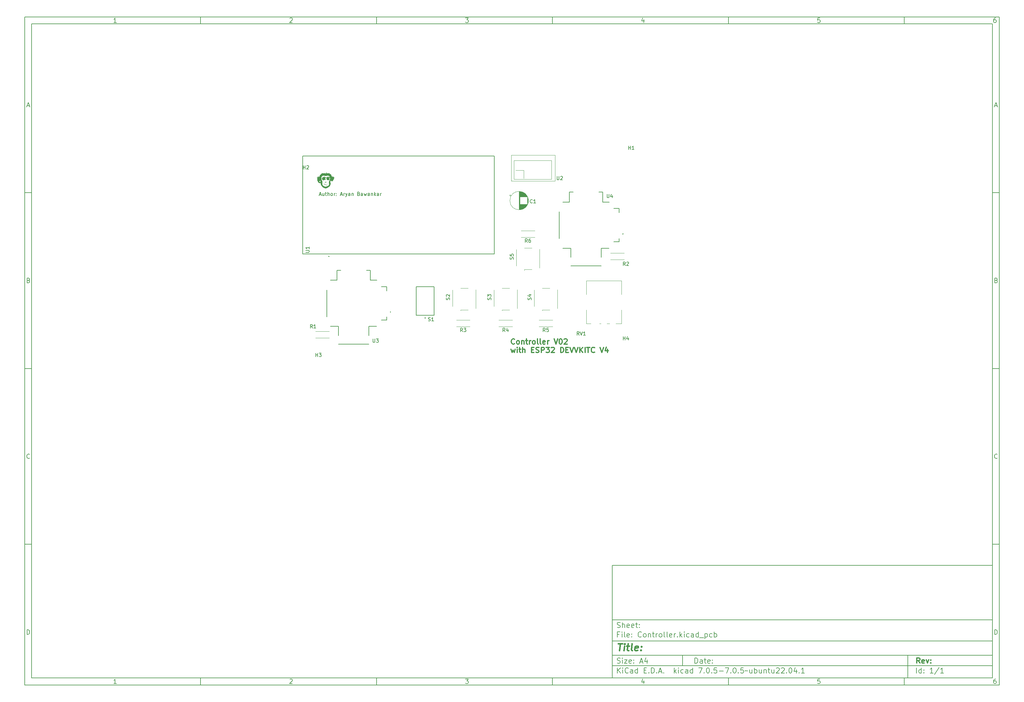
<source format=gbr>
%TF.GenerationSoftware,KiCad,Pcbnew,7.0.5-7.0.5~ubuntu22.04.1*%
%TF.CreationDate,2023-06-29T11:19:58+05:30*%
%TF.ProjectId,Controller,436f6e74-726f-46c6-9c65-722e6b696361,rev?*%
%TF.SameCoordinates,Original*%
%TF.FileFunction,Legend,Top*%
%TF.FilePolarity,Positive*%
%FSLAX46Y46*%
G04 Gerber Fmt 4.6, Leading zero omitted, Abs format (unit mm)*
G04 Created by KiCad (PCBNEW 7.0.5-7.0.5~ubuntu22.04.1) date 2023-06-29 11:19:58*
%MOMM*%
%LPD*%
G01*
G04 APERTURE LIST*
%ADD10C,0.100000*%
%ADD11C,0.150000*%
%ADD12C,0.300000*%
%ADD13C,0.400000*%
%ADD14C,0.120000*%
%ADD15C,0.127000*%
%ADD16C,0.200000*%
G04 APERTURE END LIST*
D10*
D11*
X177002200Y-166007200D02*
X285002200Y-166007200D01*
X285002200Y-198007200D01*
X177002200Y-198007200D01*
X177002200Y-166007200D01*
D10*
D11*
X10000000Y-10000000D02*
X287002200Y-10000000D01*
X287002200Y-200007200D01*
X10000000Y-200007200D01*
X10000000Y-10000000D01*
D10*
D11*
X12000000Y-12000000D02*
X285002200Y-12000000D01*
X285002200Y-198007200D01*
X12000000Y-198007200D01*
X12000000Y-12000000D01*
D10*
D11*
X60000000Y-12000000D02*
X60000000Y-10000000D01*
D10*
D11*
X110000000Y-12000000D02*
X110000000Y-10000000D01*
D10*
D11*
X160000000Y-12000000D02*
X160000000Y-10000000D01*
D10*
D11*
X210000000Y-12000000D02*
X210000000Y-10000000D01*
D10*
D11*
X260000000Y-12000000D02*
X260000000Y-10000000D01*
D10*
D11*
X36089160Y-11593604D02*
X35346303Y-11593604D01*
X35717731Y-11593604D02*
X35717731Y-10293604D01*
X35717731Y-10293604D02*
X35593922Y-10479319D01*
X35593922Y-10479319D02*
X35470112Y-10603128D01*
X35470112Y-10603128D02*
X35346303Y-10665033D01*
D10*
D11*
X85346303Y-10417414D02*
X85408207Y-10355509D01*
X85408207Y-10355509D02*
X85532017Y-10293604D01*
X85532017Y-10293604D02*
X85841541Y-10293604D01*
X85841541Y-10293604D02*
X85965350Y-10355509D01*
X85965350Y-10355509D02*
X86027255Y-10417414D01*
X86027255Y-10417414D02*
X86089160Y-10541223D01*
X86089160Y-10541223D02*
X86089160Y-10665033D01*
X86089160Y-10665033D02*
X86027255Y-10850747D01*
X86027255Y-10850747D02*
X85284398Y-11593604D01*
X85284398Y-11593604D02*
X86089160Y-11593604D01*
D10*
D11*
X135284398Y-10293604D02*
X136089160Y-10293604D01*
X136089160Y-10293604D02*
X135655826Y-10788842D01*
X135655826Y-10788842D02*
X135841541Y-10788842D01*
X135841541Y-10788842D02*
X135965350Y-10850747D01*
X135965350Y-10850747D02*
X136027255Y-10912652D01*
X136027255Y-10912652D02*
X136089160Y-11036461D01*
X136089160Y-11036461D02*
X136089160Y-11345985D01*
X136089160Y-11345985D02*
X136027255Y-11469795D01*
X136027255Y-11469795D02*
X135965350Y-11531700D01*
X135965350Y-11531700D02*
X135841541Y-11593604D01*
X135841541Y-11593604D02*
X135470112Y-11593604D01*
X135470112Y-11593604D02*
X135346303Y-11531700D01*
X135346303Y-11531700D02*
X135284398Y-11469795D01*
D10*
D11*
X185965350Y-10726938D02*
X185965350Y-11593604D01*
X185655826Y-10231700D02*
X185346303Y-11160271D01*
X185346303Y-11160271D02*
X186151064Y-11160271D01*
D10*
D11*
X236027255Y-10293604D02*
X235408207Y-10293604D01*
X235408207Y-10293604D02*
X235346303Y-10912652D01*
X235346303Y-10912652D02*
X235408207Y-10850747D01*
X235408207Y-10850747D02*
X235532017Y-10788842D01*
X235532017Y-10788842D02*
X235841541Y-10788842D01*
X235841541Y-10788842D02*
X235965350Y-10850747D01*
X235965350Y-10850747D02*
X236027255Y-10912652D01*
X236027255Y-10912652D02*
X236089160Y-11036461D01*
X236089160Y-11036461D02*
X236089160Y-11345985D01*
X236089160Y-11345985D02*
X236027255Y-11469795D01*
X236027255Y-11469795D02*
X235965350Y-11531700D01*
X235965350Y-11531700D02*
X235841541Y-11593604D01*
X235841541Y-11593604D02*
X235532017Y-11593604D01*
X235532017Y-11593604D02*
X235408207Y-11531700D01*
X235408207Y-11531700D02*
X235346303Y-11469795D01*
D10*
D11*
X285965350Y-10293604D02*
X285717731Y-10293604D01*
X285717731Y-10293604D02*
X285593922Y-10355509D01*
X285593922Y-10355509D02*
X285532017Y-10417414D01*
X285532017Y-10417414D02*
X285408207Y-10603128D01*
X285408207Y-10603128D02*
X285346303Y-10850747D01*
X285346303Y-10850747D02*
X285346303Y-11345985D01*
X285346303Y-11345985D02*
X285408207Y-11469795D01*
X285408207Y-11469795D02*
X285470112Y-11531700D01*
X285470112Y-11531700D02*
X285593922Y-11593604D01*
X285593922Y-11593604D02*
X285841541Y-11593604D01*
X285841541Y-11593604D02*
X285965350Y-11531700D01*
X285965350Y-11531700D02*
X286027255Y-11469795D01*
X286027255Y-11469795D02*
X286089160Y-11345985D01*
X286089160Y-11345985D02*
X286089160Y-11036461D01*
X286089160Y-11036461D02*
X286027255Y-10912652D01*
X286027255Y-10912652D02*
X285965350Y-10850747D01*
X285965350Y-10850747D02*
X285841541Y-10788842D01*
X285841541Y-10788842D02*
X285593922Y-10788842D01*
X285593922Y-10788842D02*
X285470112Y-10850747D01*
X285470112Y-10850747D02*
X285408207Y-10912652D01*
X285408207Y-10912652D02*
X285346303Y-11036461D01*
D10*
D11*
X60000000Y-198007200D02*
X60000000Y-200007200D01*
D10*
D11*
X110000000Y-198007200D02*
X110000000Y-200007200D01*
D10*
D11*
X160000000Y-198007200D02*
X160000000Y-200007200D01*
D10*
D11*
X210000000Y-198007200D02*
X210000000Y-200007200D01*
D10*
D11*
X260000000Y-198007200D02*
X260000000Y-200007200D01*
D10*
D11*
X36089160Y-199600804D02*
X35346303Y-199600804D01*
X35717731Y-199600804D02*
X35717731Y-198300804D01*
X35717731Y-198300804D02*
X35593922Y-198486519D01*
X35593922Y-198486519D02*
X35470112Y-198610328D01*
X35470112Y-198610328D02*
X35346303Y-198672233D01*
D10*
D11*
X85346303Y-198424614D02*
X85408207Y-198362709D01*
X85408207Y-198362709D02*
X85532017Y-198300804D01*
X85532017Y-198300804D02*
X85841541Y-198300804D01*
X85841541Y-198300804D02*
X85965350Y-198362709D01*
X85965350Y-198362709D02*
X86027255Y-198424614D01*
X86027255Y-198424614D02*
X86089160Y-198548423D01*
X86089160Y-198548423D02*
X86089160Y-198672233D01*
X86089160Y-198672233D02*
X86027255Y-198857947D01*
X86027255Y-198857947D02*
X85284398Y-199600804D01*
X85284398Y-199600804D02*
X86089160Y-199600804D01*
D10*
D11*
X135284398Y-198300804D02*
X136089160Y-198300804D01*
X136089160Y-198300804D02*
X135655826Y-198796042D01*
X135655826Y-198796042D02*
X135841541Y-198796042D01*
X135841541Y-198796042D02*
X135965350Y-198857947D01*
X135965350Y-198857947D02*
X136027255Y-198919852D01*
X136027255Y-198919852D02*
X136089160Y-199043661D01*
X136089160Y-199043661D02*
X136089160Y-199353185D01*
X136089160Y-199353185D02*
X136027255Y-199476995D01*
X136027255Y-199476995D02*
X135965350Y-199538900D01*
X135965350Y-199538900D02*
X135841541Y-199600804D01*
X135841541Y-199600804D02*
X135470112Y-199600804D01*
X135470112Y-199600804D02*
X135346303Y-199538900D01*
X135346303Y-199538900D02*
X135284398Y-199476995D01*
D10*
D11*
X185965350Y-198734138D02*
X185965350Y-199600804D01*
X185655826Y-198238900D02*
X185346303Y-199167471D01*
X185346303Y-199167471D02*
X186151064Y-199167471D01*
D10*
D11*
X236027255Y-198300804D02*
X235408207Y-198300804D01*
X235408207Y-198300804D02*
X235346303Y-198919852D01*
X235346303Y-198919852D02*
X235408207Y-198857947D01*
X235408207Y-198857947D02*
X235532017Y-198796042D01*
X235532017Y-198796042D02*
X235841541Y-198796042D01*
X235841541Y-198796042D02*
X235965350Y-198857947D01*
X235965350Y-198857947D02*
X236027255Y-198919852D01*
X236027255Y-198919852D02*
X236089160Y-199043661D01*
X236089160Y-199043661D02*
X236089160Y-199353185D01*
X236089160Y-199353185D02*
X236027255Y-199476995D01*
X236027255Y-199476995D02*
X235965350Y-199538900D01*
X235965350Y-199538900D02*
X235841541Y-199600804D01*
X235841541Y-199600804D02*
X235532017Y-199600804D01*
X235532017Y-199600804D02*
X235408207Y-199538900D01*
X235408207Y-199538900D02*
X235346303Y-199476995D01*
D10*
D11*
X285965350Y-198300804D02*
X285717731Y-198300804D01*
X285717731Y-198300804D02*
X285593922Y-198362709D01*
X285593922Y-198362709D02*
X285532017Y-198424614D01*
X285532017Y-198424614D02*
X285408207Y-198610328D01*
X285408207Y-198610328D02*
X285346303Y-198857947D01*
X285346303Y-198857947D02*
X285346303Y-199353185D01*
X285346303Y-199353185D02*
X285408207Y-199476995D01*
X285408207Y-199476995D02*
X285470112Y-199538900D01*
X285470112Y-199538900D02*
X285593922Y-199600804D01*
X285593922Y-199600804D02*
X285841541Y-199600804D01*
X285841541Y-199600804D02*
X285965350Y-199538900D01*
X285965350Y-199538900D02*
X286027255Y-199476995D01*
X286027255Y-199476995D02*
X286089160Y-199353185D01*
X286089160Y-199353185D02*
X286089160Y-199043661D01*
X286089160Y-199043661D02*
X286027255Y-198919852D01*
X286027255Y-198919852D02*
X285965350Y-198857947D01*
X285965350Y-198857947D02*
X285841541Y-198796042D01*
X285841541Y-198796042D02*
X285593922Y-198796042D01*
X285593922Y-198796042D02*
X285470112Y-198857947D01*
X285470112Y-198857947D02*
X285408207Y-198919852D01*
X285408207Y-198919852D02*
X285346303Y-199043661D01*
D10*
D11*
X10000000Y-60000000D02*
X12000000Y-60000000D01*
D10*
D11*
X10000000Y-110000000D02*
X12000000Y-110000000D01*
D10*
D11*
X10000000Y-160000000D02*
X12000000Y-160000000D01*
D10*
D11*
X10690476Y-35222176D02*
X11309523Y-35222176D01*
X10566666Y-35593604D02*
X10999999Y-34293604D01*
X10999999Y-34293604D02*
X11433333Y-35593604D01*
D10*
D11*
X11092857Y-84912652D02*
X11278571Y-84974557D01*
X11278571Y-84974557D02*
X11340476Y-85036461D01*
X11340476Y-85036461D02*
X11402380Y-85160271D01*
X11402380Y-85160271D02*
X11402380Y-85345985D01*
X11402380Y-85345985D02*
X11340476Y-85469795D01*
X11340476Y-85469795D02*
X11278571Y-85531700D01*
X11278571Y-85531700D02*
X11154761Y-85593604D01*
X11154761Y-85593604D02*
X10659523Y-85593604D01*
X10659523Y-85593604D02*
X10659523Y-84293604D01*
X10659523Y-84293604D02*
X11092857Y-84293604D01*
X11092857Y-84293604D02*
X11216666Y-84355509D01*
X11216666Y-84355509D02*
X11278571Y-84417414D01*
X11278571Y-84417414D02*
X11340476Y-84541223D01*
X11340476Y-84541223D02*
X11340476Y-84665033D01*
X11340476Y-84665033D02*
X11278571Y-84788842D01*
X11278571Y-84788842D02*
X11216666Y-84850747D01*
X11216666Y-84850747D02*
X11092857Y-84912652D01*
X11092857Y-84912652D02*
X10659523Y-84912652D01*
D10*
D11*
X11402380Y-135469795D02*
X11340476Y-135531700D01*
X11340476Y-135531700D02*
X11154761Y-135593604D01*
X11154761Y-135593604D02*
X11030952Y-135593604D01*
X11030952Y-135593604D02*
X10845238Y-135531700D01*
X10845238Y-135531700D02*
X10721428Y-135407890D01*
X10721428Y-135407890D02*
X10659523Y-135284080D01*
X10659523Y-135284080D02*
X10597619Y-135036461D01*
X10597619Y-135036461D02*
X10597619Y-134850747D01*
X10597619Y-134850747D02*
X10659523Y-134603128D01*
X10659523Y-134603128D02*
X10721428Y-134479319D01*
X10721428Y-134479319D02*
X10845238Y-134355509D01*
X10845238Y-134355509D02*
X11030952Y-134293604D01*
X11030952Y-134293604D02*
X11154761Y-134293604D01*
X11154761Y-134293604D02*
X11340476Y-134355509D01*
X11340476Y-134355509D02*
X11402380Y-134417414D01*
D10*
D11*
X10659523Y-185593604D02*
X10659523Y-184293604D01*
X10659523Y-184293604D02*
X10969047Y-184293604D01*
X10969047Y-184293604D02*
X11154761Y-184355509D01*
X11154761Y-184355509D02*
X11278571Y-184479319D01*
X11278571Y-184479319D02*
X11340476Y-184603128D01*
X11340476Y-184603128D02*
X11402380Y-184850747D01*
X11402380Y-184850747D02*
X11402380Y-185036461D01*
X11402380Y-185036461D02*
X11340476Y-185284080D01*
X11340476Y-185284080D02*
X11278571Y-185407890D01*
X11278571Y-185407890D02*
X11154761Y-185531700D01*
X11154761Y-185531700D02*
X10969047Y-185593604D01*
X10969047Y-185593604D02*
X10659523Y-185593604D01*
D10*
D11*
X287002200Y-60000000D02*
X285002200Y-60000000D01*
D10*
D11*
X287002200Y-110000000D02*
X285002200Y-110000000D01*
D10*
D11*
X287002200Y-160000000D02*
X285002200Y-160000000D01*
D10*
D11*
X285692676Y-35222176D02*
X286311723Y-35222176D01*
X285568866Y-35593604D02*
X286002199Y-34293604D01*
X286002199Y-34293604D02*
X286435533Y-35593604D01*
D10*
D11*
X286095057Y-84912652D02*
X286280771Y-84974557D01*
X286280771Y-84974557D02*
X286342676Y-85036461D01*
X286342676Y-85036461D02*
X286404580Y-85160271D01*
X286404580Y-85160271D02*
X286404580Y-85345985D01*
X286404580Y-85345985D02*
X286342676Y-85469795D01*
X286342676Y-85469795D02*
X286280771Y-85531700D01*
X286280771Y-85531700D02*
X286156961Y-85593604D01*
X286156961Y-85593604D02*
X285661723Y-85593604D01*
X285661723Y-85593604D02*
X285661723Y-84293604D01*
X285661723Y-84293604D02*
X286095057Y-84293604D01*
X286095057Y-84293604D02*
X286218866Y-84355509D01*
X286218866Y-84355509D02*
X286280771Y-84417414D01*
X286280771Y-84417414D02*
X286342676Y-84541223D01*
X286342676Y-84541223D02*
X286342676Y-84665033D01*
X286342676Y-84665033D02*
X286280771Y-84788842D01*
X286280771Y-84788842D02*
X286218866Y-84850747D01*
X286218866Y-84850747D02*
X286095057Y-84912652D01*
X286095057Y-84912652D02*
X285661723Y-84912652D01*
D10*
D11*
X286404580Y-135469795D02*
X286342676Y-135531700D01*
X286342676Y-135531700D02*
X286156961Y-135593604D01*
X286156961Y-135593604D02*
X286033152Y-135593604D01*
X286033152Y-135593604D02*
X285847438Y-135531700D01*
X285847438Y-135531700D02*
X285723628Y-135407890D01*
X285723628Y-135407890D02*
X285661723Y-135284080D01*
X285661723Y-135284080D02*
X285599819Y-135036461D01*
X285599819Y-135036461D02*
X285599819Y-134850747D01*
X285599819Y-134850747D02*
X285661723Y-134603128D01*
X285661723Y-134603128D02*
X285723628Y-134479319D01*
X285723628Y-134479319D02*
X285847438Y-134355509D01*
X285847438Y-134355509D02*
X286033152Y-134293604D01*
X286033152Y-134293604D02*
X286156961Y-134293604D01*
X286156961Y-134293604D02*
X286342676Y-134355509D01*
X286342676Y-134355509D02*
X286404580Y-134417414D01*
D10*
D11*
X285661723Y-185593604D02*
X285661723Y-184293604D01*
X285661723Y-184293604D02*
X285971247Y-184293604D01*
X285971247Y-184293604D02*
X286156961Y-184355509D01*
X286156961Y-184355509D02*
X286280771Y-184479319D01*
X286280771Y-184479319D02*
X286342676Y-184603128D01*
X286342676Y-184603128D02*
X286404580Y-184850747D01*
X286404580Y-184850747D02*
X286404580Y-185036461D01*
X286404580Y-185036461D02*
X286342676Y-185284080D01*
X286342676Y-185284080D02*
X286280771Y-185407890D01*
X286280771Y-185407890D02*
X286156961Y-185531700D01*
X286156961Y-185531700D02*
X285971247Y-185593604D01*
X285971247Y-185593604D02*
X285661723Y-185593604D01*
D10*
D11*
X200458026Y-193793328D02*
X200458026Y-192293328D01*
X200458026Y-192293328D02*
X200815169Y-192293328D01*
X200815169Y-192293328D02*
X201029455Y-192364757D01*
X201029455Y-192364757D02*
X201172312Y-192507614D01*
X201172312Y-192507614D02*
X201243741Y-192650471D01*
X201243741Y-192650471D02*
X201315169Y-192936185D01*
X201315169Y-192936185D02*
X201315169Y-193150471D01*
X201315169Y-193150471D02*
X201243741Y-193436185D01*
X201243741Y-193436185D02*
X201172312Y-193579042D01*
X201172312Y-193579042D02*
X201029455Y-193721900D01*
X201029455Y-193721900D02*
X200815169Y-193793328D01*
X200815169Y-193793328D02*
X200458026Y-193793328D01*
X202600884Y-193793328D02*
X202600884Y-193007614D01*
X202600884Y-193007614D02*
X202529455Y-192864757D01*
X202529455Y-192864757D02*
X202386598Y-192793328D01*
X202386598Y-192793328D02*
X202100884Y-192793328D01*
X202100884Y-192793328D02*
X201958026Y-192864757D01*
X202600884Y-193721900D02*
X202458026Y-193793328D01*
X202458026Y-193793328D02*
X202100884Y-193793328D01*
X202100884Y-193793328D02*
X201958026Y-193721900D01*
X201958026Y-193721900D02*
X201886598Y-193579042D01*
X201886598Y-193579042D02*
X201886598Y-193436185D01*
X201886598Y-193436185D02*
X201958026Y-193293328D01*
X201958026Y-193293328D02*
X202100884Y-193221900D01*
X202100884Y-193221900D02*
X202458026Y-193221900D01*
X202458026Y-193221900D02*
X202600884Y-193150471D01*
X203100884Y-192793328D02*
X203672312Y-192793328D01*
X203315169Y-192293328D02*
X203315169Y-193579042D01*
X203315169Y-193579042D02*
X203386598Y-193721900D01*
X203386598Y-193721900D02*
X203529455Y-193793328D01*
X203529455Y-193793328D02*
X203672312Y-193793328D01*
X204743741Y-193721900D02*
X204600884Y-193793328D01*
X204600884Y-193793328D02*
X204315170Y-193793328D01*
X204315170Y-193793328D02*
X204172312Y-193721900D01*
X204172312Y-193721900D02*
X204100884Y-193579042D01*
X204100884Y-193579042D02*
X204100884Y-193007614D01*
X204100884Y-193007614D02*
X204172312Y-192864757D01*
X204172312Y-192864757D02*
X204315170Y-192793328D01*
X204315170Y-192793328D02*
X204600884Y-192793328D01*
X204600884Y-192793328D02*
X204743741Y-192864757D01*
X204743741Y-192864757D02*
X204815170Y-193007614D01*
X204815170Y-193007614D02*
X204815170Y-193150471D01*
X204815170Y-193150471D02*
X204100884Y-193293328D01*
X205458026Y-193650471D02*
X205529455Y-193721900D01*
X205529455Y-193721900D02*
X205458026Y-193793328D01*
X205458026Y-193793328D02*
X205386598Y-193721900D01*
X205386598Y-193721900D02*
X205458026Y-193650471D01*
X205458026Y-193650471D02*
X205458026Y-193793328D01*
X205458026Y-192864757D02*
X205529455Y-192936185D01*
X205529455Y-192936185D02*
X205458026Y-193007614D01*
X205458026Y-193007614D02*
X205386598Y-192936185D01*
X205386598Y-192936185D02*
X205458026Y-192864757D01*
X205458026Y-192864757D02*
X205458026Y-193007614D01*
D10*
D11*
X177002200Y-194507200D02*
X285002200Y-194507200D01*
D10*
D11*
X178458026Y-196593328D02*
X178458026Y-195093328D01*
X179315169Y-196593328D02*
X178672312Y-195736185D01*
X179315169Y-195093328D02*
X178458026Y-195950471D01*
X179958026Y-196593328D02*
X179958026Y-195593328D01*
X179958026Y-195093328D02*
X179886598Y-195164757D01*
X179886598Y-195164757D02*
X179958026Y-195236185D01*
X179958026Y-195236185D02*
X180029455Y-195164757D01*
X180029455Y-195164757D02*
X179958026Y-195093328D01*
X179958026Y-195093328D02*
X179958026Y-195236185D01*
X181529455Y-196450471D02*
X181458027Y-196521900D01*
X181458027Y-196521900D02*
X181243741Y-196593328D01*
X181243741Y-196593328D02*
X181100884Y-196593328D01*
X181100884Y-196593328D02*
X180886598Y-196521900D01*
X180886598Y-196521900D02*
X180743741Y-196379042D01*
X180743741Y-196379042D02*
X180672312Y-196236185D01*
X180672312Y-196236185D02*
X180600884Y-195950471D01*
X180600884Y-195950471D02*
X180600884Y-195736185D01*
X180600884Y-195736185D02*
X180672312Y-195450471D01*
X180672312Y-195450471D02*
X180743741Y-195307614D01*
X180743741Y-195307614D02*
X180886598Y-195164757D01*
X180886598Y-195164757D02*
X181100884Y-195093328D01*
X181100884Y-195093328D02*
X181243741Y-195093328D01*
X181243741Y-195093328D02*
X181458027Y-195164757D01*
X181458027Y-195164757D02*
X181529455Y-195236185D01*
X182815170Y-196593328D02*
X182815170Y-195807614D01*
X182815170Y-195807614D02*
X182743741Y-195664757D01*
X182743741Y-195664757D02*
X182600884Y-195593328D01*
X182600884Y-195593328D02*
X182315170Y-195593328D01*
X182315170Y-195593328D02*
X182172312Y-195664757D01*
X182815170Y-196521900D02*
X182672312Y-196593328D01*
X182672312Y-196593328D02*
X182315170Y-196593328D01*
X182315170Y-196593328D02*
X182172312Y-196521900D01*
X182172312Y-196521900D02*
X182100884Y-196379042D01*
X182100884Y-196379042D02*
X182100884Y-196236185D01*
X182100884Y-196236185D02*
X182172312Y-196093328D01*
X182172312Y-196093328D02*
X182315170Y-196021900D01*
X182315170Y-196021900D02*
X182672312Y-196021900D01*
X182672312Y-196021900D02*
X182815170Y-195950471D01*
X184172313Y-196593328D02*
X184172313Y-195093328D01*
X184172313Y-196521900D02*
X184029455Y-196593328D01*
X184029455Y-196593328D02*
X183743741Y-196593328D01*
X183743741Y-196593328D02*
X183600884Y-196521900D01*
X183600884Y-196521900D02*
X183529455Y-196450471D01*
X183529455Y-196450471D02*
X183458027Y-196307614D01*
X183458027Y-196307614D02*
X183458027Y-195879042D01*
X183458027Y-195879042D02*
X183529455Y-195736185D01*
X183529455Y-195736185D02*
X183600884Y-195664757D01*
X183600884Y-195664757D02*
X183743741Y-195593328D01*
X183743741Y-195593328D02*
X184029455Y-195593328D01*
X184029455Y-195593328D02*
X184172313Y-195664757D01*
X186029455Y-195807614D02*
X186529455Y-195807614D01*
X186743741Y-196593328D02*
X186029455Y-196593328D01*
X186029455Y-196593328D02*
X186029455Y-195093328D01*
X186029455Y-195093328D02*
X186743741Y-195093328D01*
X187386598Y-196450471D02*
X187458027Y-196521900D01*
X187458027Y-196521900D02*
X187386598Y-196593328D01*
X187386598Y-196593328D02*
X187315170Y-196521900D01*
X187315170Y-196521900D02*
X187386598Y-196450471D01*
X187386598Y-196450471D02*
X187386598Y-196593328D01*
X188100884Y-196593328D02*
X188100884Y-195093328D01*
X188100884Y-195093328D02*
X188458027Y-195093328D01*
X188458027Y-195093328D02*
X188672313Y-195164757D01*
X188672313Y-195164757D02*
X188815170Y-195307614D01*
X188815170Y-195307614D02*
X188886599Y-195450471D01*
X188886599Y-195450471D02*
X188958027Y-195736185D01*
X188958027Y-195736185D02*
X188958027Y-195950471D01*
X188958027Y-195950471D02*
X188886599Y-196236185D01*
X188886599Y-196236185D02*
X188815170Y-196379042D01*
X188815170Y-196379042D02*
X188672313Y-196521900D01*
X188672313Y-196521900D02*
X188458027Y-196593328D01*
X188458027Y-196593328D02*
X188100884Y-196593328D01*
X189600884Y-196450471D02*
X189672313Y-196521900D01*
X189672313Y-196521900D02*
X189600884Y-196593328D01*
X189600884Y-196593328D02*
X189529456Y-196521900D01*
X189529456Y-196521900D02*
X189600884Y-196450471D01*
X189600884Y-196450471D02*
X189600884Y-196593328D01*
X190243742Y-196164757D02*
X190958028Y-196164757D01*
X190100885Y-196593328D02*
X190600885Y-195093328D01*
X190600885Y-195093328D02*
X191100885Y-196593328D01*
X191600884Y-196450471D02*
X191672313Y-196521900D01*
X191672313Y-196521900D02*
X191600884Y-196593328D01*
X191600884Y-196593328D02*
X191529456Y-196521900D01*
X191529456Y-196521900D02*
X191600884Y-196450471D01*
X191600884Y-196450471D02*
X191600884Y-196593328D01*
X194600884Y-196593328D02*
X194600884Y-195093328D01*
X194743742Y-196021900D02*
X195172313Y-196593328D01*
X195172313Y-195593328D02*
X194600884Y-196164757D01*
X195815170Y-196593328D02*
X195815170Y-195593328D01*
X195815170Y-195093328D02*
X195743742Y-195164757D01*
X195743742Y-195164757D02*
X195815170Y-195236185D01*
X195815170Y-195236185D02*
X195886599Y-195164757D01*
X195886599Y-195164757D02*
X195815170Y-195093328D01*
X195815170Y-195093328D02*
X195815170Y-195236185D01*
X197172314Y-196521900D02*
X197029456Y-196593328D01*
X197029456Y-196593328D02*
X196743742Y-196593328D01*
X196743742Y-196593328D02*
X196600885Y-196521900D01*
X196600885Y-196521900D02*
X196529456Y-196450471D01*
X196529456Y-196450471D02*
X196458028Y-196307614D01*
X196458028Y-196307614D02*
X196458028Y-195879042D01*
X196458028Y-195879042D02*
X196529456Y-195736185D01*
X196529456Y-195736185D02*
X196600885Y-195664757D01*
X196600885Y-195664757D02*
X196743742Y-195593328D01*
X196743742Y-195593328D02*
X197029456Y-195593328D01*
X197029456Y-195593328D02*
X197172314Y-195664757D01*
X198458028Y-196593328D02*
X198458028Y-195807614D01*
X198458028Y-195807614D02*
X198386599Y-195664757D01*
X198386599Y-195664757D02*
X198243742Y-195593328D01*
X198243742Y-195593328D02*
X197958028Y-195593328D01*
X197958028Y-195593328D02*
X197815170Y-195664757D01*
X198458028Y-196521900D02*
X198315170Y-196593328D01*
X198315170Y-196593328D02*
X197958028Y-196593328D01*
X197958028Y-196593328D02*
X197815170Y-196521900D01*
X197815170Y-196521900D02*
X197743742Y-196379042D01*
X197743742Y-196379042D02*
X197743742Y-196236185D01*
X197743742Y-196236185D02*
X197815170Y-196093328D01*
X197815170Y-196093328D02*
X197958028Y-196021900D01*
X197958028Y-196021900D02*
X198315170Y-196021900D01*
X198315170Y-196021900D02*
X198458028Y-195950471D01*
X199815171Y-196593328D02*
X199815171Y-195093328D01*
X199815171Y-196521900D02*
X199672313Y-196593328D01*
X199672313Y-196593328D02*
X199386599Y-196593328D01*
X199386599Y-196593328D02*
X199243742Y-196521900D01*
X199243742Y-196521900D02*
X199172313Y-196450471D01*
X199172313Y-196450471D02*
X199100885Y-196307614D01*
X199100885Y-196307614D02*
X199100885Y-195879042D01*
X199100885Y-195879042D02*
X199172313Y-195736185D01*
X199172313Y-195736185D02*
X199243742Y-195664757D01*
X199243742Y-195664757D02*
X199386599Y-195593328D01*
X199386599Y-195593328D02*
X199672313Y-195593328D01*
X199672313Y-195593328D02*
X199815171Y-195664757D01*
X201529456Y-195093328D02*
X202529456Y-195093328D01*
X202529456Y-195093328D02*
X201886599Y-196593328D01*
X203100884Y-196450471D02*
X203172313Y-196521900D01*
X203172313Y-196521900D02*
X203100884Y-196593328D01*
X203100884Y-196593328D02*
X203029456Y-196521900D01*
X203029456Y-196521900D02*
X203100884Y-196450471D01*
X203100884Y-196450471D02*
X203100884Y-196593328D01*
X204100885Y-195093328D02*
X204243742Y-195093328D01*
X204243742Y-195093328D02*
X204386599Y-195164757D01*
X204386599Y-195164757D02*
X204458028Y-195236185D01*
X204458028Y-195236185D02*
X204529456Y-195379042D01*
X204529456Y-195379042D02*
X204600885Y-195664757D01*
X204600885Y-195664757D02*
X204600885Y-196021900D01*
X204600885Y-196021900D02*
X204529456Y-196307614D01*
X204529456Y-196307614D02*
X204458028Y-196450471D01*
X204458028Y-196450471D02*
X204386599Y-196521900D01*
X204386599Y-196521900D02*
X204243742Y-196593328D01*
X204243742Y-196593328D02*
X204100885Y-196593328D01*
X204100885Y-196593328D02*
X203958028Y-196521900D01*
X203958028Y-196521900D02*
X203886599Y-196450471D01*
X203886599Y-196450471D02*
X203815170Y-196307614D01*
X203815170Y-196307614D02*
X203743742Y-196021900D01*
X203743742Y-196021900D02*
X203743742Y-195664757D01*
X203743742Y-195664757D02*
X203815170Y-195379042D01*
X203815170Y-195379042D02*
X203886599Y-195236185D01*
X203886599Y-195236185D02*
X203958028Y-195164757D01*
X203958028Y-195164757D02*
X204100885Y-195093328D01*
X205243741Y-196450471D02*
X205315170Y-196521900D01*
X205315170Y-196521900D02*
X205243741Y-196593328D01*
X205243741Y-196593328D02*
X205172313Y-196521900D01*
X205172313Y-196521900D02*
X205243741Y-196450471D01*
X205243741Y-196450471D02*
X205243741Y-196593328D01*
X206672313Y-195093328D02*
X205958027Y-195093328D01*
X205958027Y-195093328D02*
X205886599Y-195807614D01*
X205886599Y-195807614D02*
X205958027Y-195736185D01*
X205958027Y-195736185D02*
X206100885Y-195664757D01*
X206100885Y-195664757D02*
X206458027Y-195664757D01*
X206458027Y-195664757D02*
X206600885Y-195736185D01*
X206600885Y-195736185D02*
X206672313Y-195807614D01*
X206672313Y-195807614D02*
X206743742Y-195950471D01*
X206743742Y-195950471D02*
X206743742Y-196307614D01*
X206743742Y-196307614D02*
X206672313Y-196450471D01*
X206672313Y-196450471D02*
X206600885Y-196521900D01*
X206600885Y-196521900D02*
X206458027Y-196593328D01*
X206458027Y-196593328D02*
X206100885Y-196593328D01*
X206100885Y-196593328D02*
X205958027Y-196521900D01*
X205958027Y-196521900D02*
X205886599Y-196450471D01*
X207386598Y-196021900D02*
X208529456Y-196021900D01*
X209100884Y-195093328D02*
X210100884Y-195093328D01*
X210100884Y-195093328D02*
X209458027Y-196593328D01*
X210672312Y-196450471D02*
X210743741Y-196521900D01*
X210743741Y-196521900D02*
X210672312Y-196593328D01*
X210672312Y-196593328D02*
X210600884Y-196521900D01*
X210600884Y-196521900D02*
X210672312Y-196450471D01*
X210672312Y-196450471D02*
X210672312Y-196593328D01*
X211672313Y-195093328D02*
X211815170Y-195093328D01*
X211815170Y-195093328D02*
X211958027Y-195164757D01*
X211958027Y-195164757D02*
X212029456Y-195236185D01*
X212029456Y-195236185D02*
X212100884Y-195379042D01*
X212100884Y-195379042D02*
X212172313Y-195664757D01*
X212172313Y-195664757D02*
X212172313Y-196021900D01*
X212172313Y-196021900D02*
X212100884Y-196307614D01*
X212100884Y-196307614D02*
X212029456Y-196450471D01*
X212029456Y-196450471D02*
X211958027Y-196521900D01*
X211958027Y-196521900D02*
X211815170Y-196593328D01*
X211815170Y-196593328D02*
X211672313Y-196593328D01*
X211672313Y-196593328D02*
X211529456Y-196521900D01*
X211529456Y-196521900D02*
X211458027Y-196450471D01*
X211458027Y-196450471D02*
X211386598Y-196307614D01*
X211386598Y-196307614D02*
X211315170Y-196021900D01*
X211315170Y-196021900D02*
X211315170Y-195664757D01*
X211315170Y-195664757D02*
X211386598Y-195379042D01*
X211386598Y-195379042D02*
X211458027Y-195236185D01*
X211458027Y-195236185D02*
X211529456Y-195164757D01*
X211529456Y-195164757D02*
X211672313Y-195093328D01*
X212815169Y-196450471D02*
X212886598Y-196521900D01*
X212886598Y-196521900D02*
X212815169Y-196593328D01*
X212815169Y-196593328D02*
X212743741Y-196521900D01*
X212743741Y-196521900D02*
X212815169Y-196450471D01*
X212815169Y-196450471D02*
X212815169Y-196593328D01*
X214243741Y-195093328D02*
X213529455Y-195093328D01*
X213529455Y-195093328D02*
X213458027Y-195807614D01*
X213458027Y-195807614D02*
X213529455Y-195736185D01*
X213529455Y-195736185D02*
X213672313Y-195664757D01*
X213672313Y-195664757D02*
X214029455Y-195664757D01*
X214029455Y-195664757D02*
X214172313Y-195736185D01*
X214172313Y-195736185D02*
X214243741Y-195807614D01*
X214243741Y-195807614D02*
X214315170Y-195950471D01*
X214315170Y-195950471D02*
X214315170Y-196307614D01*
X214315170Y-196307614D02*
X214243741Y-196450471D01*
X214243741Y-196450471D02*
X214172313Y-196521900D01*
X214172313Y-196521900D02*
X214029455Y-196593328D01*
X214029455Y-196593328D02*
X213672313Y-196593328D01*
X213672313Y-196593328D02*
X213529455Y-196521900D01*
X213529455Y-196521900D02*
X213458027Y-196450471D01*
X214743741Y-196021900D02*
X214815169Y-195950471D01*
X214815169Y-195950471D02*
X214958026Y-195879042D01*
X214958026Y-195879042D02*
X215243741Y-196021900D01*
X215243741Y-196021900D02*
X215386598Y-195950471D01*
X215386598Y-195950471D02*
X215458026Y-195879042D01*
X216672313Y-195593328D02*
X216672313Y-196593328D01*
X216029455Y-195593328D02*
X216029455Y-196379042D01*
X216029455Y-196379042D02*
X216100884Y-196521900D01*
X216100884Y-196521900D02*
X216243741Y-196593328D01*
X216243741Y-196593328D02*
X216458027Y-196593328D01*
X216458027Y-196593328D02*
X216600884Y-196521900D01*
X216600884Y-196521900D02*
X216672313Y-196450471D01*
X217386598Y-196593328D02*
X217386598Y-195093328D01*
X217386598Y-195664757D02*
X217529456Y-195593328D01*
X217529456Y-195593328D02*
X217815170Y-195593328D01*
X217815170Y-195593328D02*
X217958027Y-195664757D01*
X217958027Y-195664757D02*
X218029456Y-195736185D01*
X218029456Y-195736185D02*
X218100884Y-195879042D01*
X218100884Y-195879042D02*
X218100884Y-196307614D01*
X218100884Y-196307614D02*
X218029456Y-196450471D01*
X218029456Y-196450471D02*
X217958027Y-196521900D01*
X217958027Y-196521900D02*
X217815170Y-196593328D01*
X217815170Y-196593328D02*
X217529456Y-196593328D01*
X217529456Y-196593328D02*
X217386598Y-196521900D01*
X219386599Y-195593328D02*
X219386599Y-196593328D01*
X218743741Y-195593328D02*
X218743741Y-196379042D01*
X218743741Y-196379042D02*
X218815170Y-196521900D01*
X218815170Y-196521900D02*
X218958027Y-196593328D01*
X218958027Y-196593328D02*
X219172313Y-196593328D01*
X219172313Y-196593328D02*
X219315170Y-196521900D01*
X219315170Y-196521900D02*
X219386599Y-196450471D01*
X220100884Y-195593328D02*
X220100884Y-196593328D01*
X220100884Y-195736185D02*
X220172313Y-195664757D01*
X220172313Y-195664757D02*
X220315170Y-195593328D01*
X220315170Y-195593328D02*
X220529456Y-195593328D01*
X220529456Y-195593328D02*
X220672313Y-195664757D01*
X220672313Y-195664757D02*
X220743742Y-195807614D01*
X220743742Y-195807614D02*
X220743742Y-196593328D01*
X221243742Y-195593328D02*
X221815170Y-195593328D01*
X221458027Y-195093328D02*
X221458027Y-196379042D01*
X221458027Y-196379042D02*
X221529456Y-196521900D01*
X221529456Y-196521900D02*
X221672313Y-196593328D01*
X221672313Y-196593328D02*
X221815170Y-196593328D01*
X222958028Y-195593328D02*
X222958028Y-196593328D01*
X222315170Y-195593328D02*
X222315170Y-196379042D01*
X222315170Y-196379042D02*
X222386599Y-196521900D01*
X222386599Y-196521900D02*
X222529456Y-196593328D01*
X222529456Y-196593328D02*
X222743742Y-196593328D01*
X222743742Y-196593328D02*
X222886599Y-196521900D01*
X222886599Y-196521900D02*
X222958028Y-196450471D01*
X223600885Y-195236185D02*
X223672313Y-195164757D01*
X223672313Y-195164757D02*
X223815171Y-195093328D01*
X223815171Y-195093328D02*
X224172313Y-195093328D01*
X224172313Y-195093328D02*
X224315171Y-195164757D01*
X224315171Y-195164757D02*
X224386599Y-195236185D01*
X224386599Y-195236185D02*
X224458028Y-195379042D01*
X224458028Y-195379042D02*
X224458028Y-195521900D01*
X224458028Y-195521900D02*
X224386599Y-195736185D01*
X224386599Y-195736185D02*
X223529456Y-196593328D01*
X223529456Y-196593328D02*
X224458028Y-196593328D01*
X225029456Y-195236185D02*
X225100884Y-195164757D01*
X225100884Y-195164757D02*
X225243742Y-195093328D01*
X225243742Y-195093328D02*
X225600884Y-195093328D01*
X225600884Y-195093328D02*
X225743742Y-195164757D01*
X225743742Y-195164757D02*
X225815170Y-195236185D01*
X225815170Y-195236185D02*
X225886599Y-195379042D01*
X225886599Y-195379042D02*
X225886599Y-195521900D01*
X225886599Y-195521900D02*
X225815170Y-195736185D01*
X225815170Y-195736185D02*
X224958027Y-196593328D01*
X224958027Y-196593328D02*
X225886599Y-196593328D01*
X226529455Y-196450471D02*
X226600884Y-196521900D01*
X226600884Y-196521900D02*
X226529455Y-196593328D01*
X226529455Y-196593328D02*
X226458027Y-196521900D01*
X226458027Y-196521900D02*
X226529455Y-196450471D01*
X226529455Y-196450471D02*
X226529455Y-196593328D01*
X227529456Y-195093328D02*
X227672313Y-195093328D01*
X227672313Y-195093328D02*
X227815170Y-195164757D01*
X227815170Y-195164757D02*
X227886599Y-195236185D01*
X227886599Y-195236185D02*
X227958027Y-195379042D01*
X227958027Y-195379042D02*
X228029456Y-195664757D01*
X228029456Y-195664757D02*
X228029456Y-196021900D01*
X228029456Y-196021900D02*
X227958027Y-196307614D01*
X227958027Y-196307614D02*
X227886599Y-196450471D01*
X227886599Y-196450471D02*
X227815170Y-196521900D01*
X227815170Y-196521900D02*
X227672313Y-196593328D01*
X227672313Y-196593328D02*
X227529456Y-196593328D01*
X227529456Y-196593328D02*
X227386599Y-196521900D01*
X227386599Y-196521900D02*
X227315170Y-196450471D01*
X227315170Y-196450471D02*
X227243741Y-196307614D01*
X227243741Y-196307614D02*
X227172313Y-196021900D01*
X227172313Y-196021900D02*
X227172313Y-195664757D01*
X227172313Y-195664757D02*
X227243741Y-195379042D01*
X227243741Y-195379042D02*
X227315170Y-195236185D01*
X227315170Y-195236185D02*
X227386599Y-195164757D01*
X227386599Y-195164757D02*
X227529456Y-195093328D01*
X229315170Y-195593328D02*
X229315170Y-196593328D01*
X228958027Y-195021900D02*
X228600884Y-196093328D01*
X228600884Y-196093328D02*
X229529455Y-196093328D01*
X230100883Y-196450471D02*
X230172312Y-196521900D01*
X230172312Y-196521900D02*
X230100883Y-196593328D01*
X230100883Y-196593328D02*
X230029455Y-196521900D01*
X230029455Y-196521900D02*
X230100883Y-196450471D01*
X230100883Y-196450471D02*
X230100883Y-196593328D01*
X231600884Y-196593328D02*
X230743741Y-196593328D01*
X231172312Y-196593328D02*
X231172312Y-195093328D01*
X231172312Y-195093328D02*
X231029455Y-195307614D01*
X231029455Y-195307614D02*
X230886598Y-195450471D01*
X230886598Y-195450471D02*
X230743741Y-195521900D01*
D10*
D11*
X177002200Y-191507200D02*
X285002200Y-191507200D01*
D10*
D12*
X264413853Y-193785528D02*
X263913853Y-193071242D01*
X263556710Y-193785528D02*
X263556710Y-192285528D01*
X263556710Y-192285528D02*
X264128139Y-192285528D01*
X264128139Y-192285528D02*
X264270996Y-192356957D01*
X264270996Y-192356957D02*
X264342425Y-192428385D01*
X264342425Y-192428385D02*
X264413853Y-192571242D01*
X264413853Y-192571242D02*
X264413853Y-192785528D01*
X264413853Y-192785528D02*
X264342425Y-192928385D01*
X264342425Y-192928385D02*
X264270996Y-192999814D01*
X264270996Y-192999814D02*
X264128139Y-193071242D01*
X264128139Y-193071242D02*
X263556710Y-193071242D01*
X265628139Y-193714100D02*
X265485282Y-193785528D01*
X265485282Y-193785528D02*
X265199568Y-193785528D01*
X265199568Y-193785528D02*
X265056710Y-193714100D01*
X265056710Y-193714100D02*
X264985282Y-193571242D01*
X264985282Y-193571242D02*
X264985282Y-192999814D01*
X264985282Y-192999814D02*
X265056710Y-192856957D01*
X265056710Y-192856957D02*
X265199568Y-192785528D01*
X265199568Y-192785528D02*
X265485282Y-192785528D01*
X265485282Y-192785528D02*
X265628139Y-192856957D01*
X265628139Y-192856957D02*
X265699568Y-192999814D01*
X265699568Y-192999814D02*
X265699568Y-193142671D01*
X265699568Y-193142671D02*
X264985282Y-193285528D01*
X266199567Y-192785528D02*
X266556710Y-193785528D01*
X266556710Y-193785528D02*
X266913853Y-192785528D01*
X267485281Y-193642671D02*
X267556710Y-193714100D01*
X267556710Y-193714100D02*
X267485281Y-193785528D01*
X267485281Y-193785528D02*
X267413853Y-193714100D01*
X267413853Y-193714100D02*
X267485281Y-193642671D01*
X267485281Y-193642671D02*
X267485281Y-193785528D01*
X267485281Y-192856957D02*
X267556710Y-192928385D01*
X267556710Y-192928385D02*
X267485281Y-192999814D01*
X267485281Y-192999814D02*
X267413853Y-192928385D01*
X267413853Y-192928385D02*
X267485281Y-192856957D01*
X267485281Y-192856957D02*
X267485281Y-192999814D01*
D10*
D11*
X178386598Y-193721900D02*
X178600884Y-193793328D01*
X178600884Y-193793328D02*
X178958026Y-193793328D01*
X178958026Y-193793328D02*
X179100884Y-193721900D01*
X179100884Y-193721900D02*
X179172312Y-193650471D01*
X179172312Y-193650471D02*
X179243741Y-193507614D01*
X179243741Y-193507614D02*
X179243741Y-193364757D01*
X179243741Y-193364757D02*
X179172312Y-193221900D01*
X179172312Y-193221900D02*
X179100884Y-193150471D01*
X179100884Y-193150471D02*
X178958026Y-193079042D01*
X178958026Y-193079042D02*
X178672312Y-193007614D01*
X178672312Y-193007614D02*
X178529455Y-192936185D01*
X178529455Y-192936185D02*
X178458026Y-192864757D01*
X178458026Y-192864757D02*
X178386598Y-192721900D01*
X178386598Y-192721900D02*
X178386598Y-192579042D01*
X178386598Y-192579042D02*
X178458026Y-192436185D01*
X178458026Y-192436185D02*
X178529455Y-192364757D01*
X178529455Y-192364757D02*
X178672312Y-192293328D01*
X178672312Y-192293328D02*
X179029455Y-192293328D01*
X179029455Y-192293328D02*
X179243741Y-192364757D01*
X179886597Y-193793328D02*
X179886597Y-192793328D01*
X179886597Y-192293328D02*
X179815169Y-192364757D01*
X179815169Y-192364757D02*
X179886597Y-192436185D01*
X179886597Y-192436185D02*
X179958026Y-192364757D01*
X179958026Y-192364757D02*
X179886597Y-192293328D01*
X179886597Y-192293328D02*
X179886597Y-192436185D01*
X180458026Y-192793328D02*
X181243741Y-192793328D01*
X181243741Y-192793328D02*
X180458026Y-193793328D01*
X180458026Y-193793328D02*
X181243741Y-193793328D01*
X182386598Y-193721900D02*
X182243741Y-193793328D01*
X182243741Y-193793328D02*
X181958027Y-193793328D01*
X181958027Y-193793328D02*
X181815169Y-193721900D01*
X181815169Y-193721900D02*
X181743741Y-193579042D01*
X181743741Y-193579042D02*
X181743741Y-193007614D01*
X181743741Y-193007614D02*
X181815169Y-192864757D01*
X181815169Y-192864757D02*
X181958027Y-192793328D01*
X181958027Y-192793328D02*
X182243741Y-192793328D01*
X182243741Y-192793328D02*
X182386598Y-192864757D01*
X182386598Y-192864757D02*
X182458027Y-193007614D01*
X182458027Y-193007614D02*
X182458027Y-193150471D01*
X182458027Y-193150471D02*
X181743741Y-193293328D01*
X183100883Y-193650471D02*
X183172312Y-193721900D01*
X183172312Y-193721900D02*
X183100883Y-193793328D01*
X183100883Y-193793328D02*
X183029455Y-193721900D01*
X183029455Y-193721900D02*
X183100883Y-193650471D01*
X183100883Y-193650471D02*
X183100883Y-193793328D01*
X183100883Y-192864757D02*
X183172312Y-192936185D01*
X183172312Y-192936185D02*
X183100883Y-193007614D01*
X183100883Y-193007614D02*
X183029455Y-192936185D01*
X183029455Y-192936185D02*
X183100883Y-192864757D01*
X183100883Y-192864757D02*
X183100883Y-193007614D01*
X184886598Y-193364757D02*
X185600884Y-193364757D01*
X184743741Y-193793328D02*
X185243741Y-192293328D01*
X185243741Y-192293328D02*
X185743741Y-193793328D01*
X186886598Y-192793328D02*
X186886598Y-193793328D01*
X186529455Y-192221900D02*
X186172312Y-193293328D01*
X186172312Y-193293328D02*
X187100883Y-193293328D01*
D10*
D11*
X263458026Y-196593328D02*
X263458026Y-195093328D01*
X264815170Y-196593328D02*
X264815170Y-195093328D01*
X264815170Y-196521900D02*
X264672312Y-196593328D01*
X264672312Y-196593328D02*
X264386598Y-196593328D01*
X264386598Y-196593328D02*
X264243741Y-196521900D01*
X264243741Y-196521900D02*
X264172312Y-196450471D01*
X264172312Y-196450471D02*
X264100884Y-196307614D01*
X264100884Y-196307614D02*
X264100884Y-195879042D01*
X264100884Y-195879042D02*
X264172312Y-195736185D01*
X264172312Y-195736185D02*
X264243741Y-195664757D01*
X264243741Y-195664757D02*
X264386598Y-195593328D01*
X264386598Y-195593328D02*
X264672312Y-195593328D01*
X264672312Y-195593328D02*
X264815170Y-195664757D01*
X265529455Y-196450471D02*
X265600884Y-196521900D01*
X265600884Y-196521900D02*
X265529455Y-196593328D01*
X265529455Y-196593328D02*
X265458027Y-196521900D01*
X265458027Y-196521900D02*
X265529455Y-196450471D01*
X265529455Y-196450471D02*
X265529455Y-196593328D01*
X265529455Y-195664757D02*
X265600884Y-195736185D01*
X265600884Y-195736185D02*
X265529455Y-195807614D01*
X265529455Y-195807614D02*
X265458027Y-195736185D01*
X265458027Y-195736185D02*
X265529455Y-195664757D01*
X265529455Y-195664757D02*
X265529455Y-195807614D01*
X268172313Y-196593328D02*
X267315170Y-196593328D01*
X267743741Y-196593328D02*
X267743741Y-195093328D01*
X267743741Y-195093328D02*
X267600884Y-195307614D01*
X267600884Y-195307614D02*
X267458027Y-195450471D01*
X267458027Y-195450471D02*
X267315170Y-195521900D01*
X269886598Y-195021900D02*
X268600884Y-196950471D01*
X271172313Y-196593328D02*
X270315170Y-196593328D01*
X270743741Y-196593328D02*
X270743741Y-195093328D01*
X270743741Y-195093328D02*
X270600884Y-195307614D01*
X270600884Y-195307614D02*
X270458027Y-195450471D01*
X270458027Y-195450471D02*
X270315170Y-195521900D01*
D10*
D11*
X177002200Y-187507200D02*
X285002200Y-187507200D01*
D10*
D13*
X178693928Y-188211638D02*
X179836785Y-188211638D01*
X179015357Y-190211638D02*
X179265357Y-188211638D01*
X180253452Y-190211638D02*
X180420119Y-188878304D01*
X180503452Y-188211638D02*
X180396309Y-188306876D01*
X180396309Y-188306876D02*
X180479643Y-188402114D01*
X180479643Y-188402114D02*
X180586786Y-188306876D01*
X180586786Y-188306876D02*
X180503452Y-188211638D01*
X180503452Y-188211638D02*
X180479643Y-188402114D01*
X181086786Y-188878304D02*
X181848690Y-188878304D01*
X181455833Y-188211638D02*
X181241548Y-189925923D01*
X181241548Y-189925923D02*
X181312976Y-190116400D01*
X181312976Y-190116400D02*
X181491548Y-190211638D01*
X181491548Y-190211638D02*
X181682024Y-190211638D01*
X182634405Y-190211638D02*
X182455833Y-190116400D01*
X182455833Y-190116400D02*
X182384405Y-189925923D01*
X182384405Y-189925923D02*
X182598690Y-188211638D01*
X184170119Y-190116400D02*
X183967738Y-190211638D01*
X183967738Y-190211638D02*
X183586785Y-190211638D01*
X183586785Y-190211638D02*
X183408214Y-190116400D01*
X183408214Y-190116400D02*
X183336785Y-189925923D01*
X183336785Y-189925923D02*
X183432024Y-189164019D01*
X183432024Y-189164019D02*
X183551071Y-188973542D01*
X183551071Y-188973542D02*
X183753452Y-188878304D01*
X183753452Y-188878304D02*
X184134404Y-188878304D01*
X184134404Y-188878304D02*
X184312976Y-188973542D01*
X184312976Y-188973542D02*
X184384404Y-189164019D01*
X184384404Y-189164019D02*
X184360595Y-189354495D01*
X184360595Y-189354495D02*
X183384404Y-189544971D01*
X185134405Y-190021161D02*
X185217738Y-190116400D01*
X185217738Y-190116400D02*
X185110595Y-190211638D01*
X185110595Y-190211638D02*
X185027262Y-190116400D01*
X185027262Y-190116400D02*
X185134405Y-190021161D01*
X185134405Y-190021161D02*
X185110595Y-190211638D01*
X185265357Y-188973542D02*
X185348690Y-189068780D01*
X185348690Y-189068780D02*
X185241548Y-189164019D01*
X185241548Y-189164019D02*
X185158214Y-189068780D01*
X185158214Y-189068780D02*
X185265357Y-188973542D01*
X185265357Y-188973542D02*
X185241548Y-189164019D01*
D10*
D11*
X178958026Y-185607614D02*
X178458026Y-185607614D01*
X178458026Y-186393328D02*
X178458026Y-184893328D01*
X178458026Y-184893328D02*
X179172312Y-184893328D01*
X179743740Y-186393328D02*
X179743740Y-185393328D01*
X179743740Y-184893328D02*
X179672312Y-184964757D01*
X179672312Y-184964757D02*
X179743740Y-185036185D01*
X179743740Y-185036185D02*
X179815169Y-184964757D01*
X179815169Y-184964757D02*
X179743740Y-184893328D01*
X179743740Y-184893328D02*
X179743740Y-185036185D01*
X180672312Y-186393328D02*
X180529455Y-186321900D01*
X180529455Y-186321900D02*
X180458026Y-186179042D01*
X180458026Y-186179042D02*
X180458026Y-184893328D01*
X181815169Y-186321900D02*
X181672312Y-186393328D01*
X181672312Y-186393328D02*
X181386598Y-186393328D01*
X181386598Y-186393328D02*
X181243740Y-186321900D01*
X181243740Y-186321900D02*
X181172312Y-186179042D01*
X181172312Y-186179042D02*
X181172312Y-185607614D01*
X181172312Y-185607614D02*
X181243740Y-185464757D01*
X181243740Y-185464757D02*
X181386598Y-185393328D01*
X181386598Y-185393328D02*
X181672312Y-185393328D01*
X181672312Y-185393328D02*
X181815169Y-185464757D01*
X181815169Y-185464757D02*
X181886598Y-185607614D01*
X181886598Y-185607614D02*
X181886598Y-185750471D01*
X181886598Y-185750471D02*
X181172312Y-185893328D01*
X182529454Y-186250471D02*
X182600883Y-186321900D01*
X182600883Y-186321900D02*
X182529454Y-186393328D01*
X182529454Y-186393328D02*
X182458026Y-186321900D01*
X182458026Y-186321900D02*
X182529454Y-186250471D01*
X182529454Y-186250471D02*
X182529454Y-186393328D01*
X182529454Y-185464757D02*
X182600883Y-185536185D01*
X182600883Y-185536185D02*
X182529454Y-185607614D01*
X182529454Y-185607614D02*
X182458026Y-185536185D01*
X182458026Y-185536185D02*
X182529454Y-185464757D01*
X182529454Y-185464757D02*
X182529454Y-185607614D01*
X185243740Y-186250471D02*
X185172312Y-186321900D01*
X185172312Y-186321900D02*
X184958026Y-186393328D01*
X184958026Y-186393328D02*
X184815169Y-186393328D01*
X184815169Y-186393328D02*
X184600883Y-186321900D01*
X184600883Y-186321900D02*
X184458026Y-186179042D01*
X184458026Y-186179042D02*
X184386597Y-186036185D01*
X184386597Y-186036185D02*
X184315169Y-185750471D01*
X184315169Y-185750471D02*
X184315169Y-185536185D01*
X184315169Y-185536185D02*
X184386597Y-185250471D01*
X184386597Y-185250471D02*
X184458026Y-185107614D01*
X184458026Y-185107614D02*
X184600883Y-184964757D01*
X184600883Y-184964757D02*
X184815169Y-184893328D01*
X184815169Y-184893328D02*
X184958026Y-184893328D01*
X184958026Y-184893328D02*
X185172312Y-184964757D01*
X185172312Y-184964757D02*
X185243740Y-185036185D01*
X186100883Y-186393328D02*
X185958026Y-186321900D01*
X185958026Y-186321900D02*
X185886597Y-186250471D01*
X185886597Y-186250471D02*
X185815169Y-186107614D01*
X185815169Y-186107614D02*
X185815169Y-185679042D01*
X185815169Y-185679042D02*
X185886597Y-185536185D01*
X185886597Y-185536185D02*
X185958026Y-185464757D01*
X185958026Y-185464757D02*
X186100883Y-185393328D01*
X186100883Y-185393328D02*
X186315169Y-185393328D01*
X186315169Y-185393328D02*
X186458026Y-185464757D01*
X186458026Y-185464757D02*
X186529455Y-185536185D01*
X186529455Y-185536185D02*
X186600883Y-185679042D01*
X186600883Y-185679042D02*
X186600883Y-186107614D01*
X186600883Y-186107614D02*
X186529455Y-186250471D01*
X186529455Y-186250471D02*
X186458026Y-186321900D01*
X186458026Y-186321900D02*
X186315169Y-186393328D01*
X186315169Y-186393328D02*
X186100883Y-186393328D01*
X187243740Y-185393328D02*
X187243740Y-186393328D01*
X187243740Y-185536185D02*
X187315169Y-185464757D01*
X187315169Y-185464757D02*
X187458026Y-185393328D01*
X187458026Y-185393328D02*
X187672312Y-185393328D01*
X187672312Y-185393328D02*
X187815169Y-185464757D01*
X187815169Y-185464757D02*
X187886598Y-185607614D01*
X187886598Y-185607614D02*
X187886598Y-186393328D01*
X188386598Y-185393328D02*
X188958026Y-185393328D01*
X188600883Y-184893328D02*
X188600883Y-186179042D01*
X188600883Y-186179042D02*
X188672312Y-186321900D01*
X188672312Y-186321900D02*
X188815169Y-186393328D01*
X188815169Y-186393328D02*
X188958026Y-186393328D01*
X189458026Y-186393328D02*
X189458026Y-185393328D01*
X189458026Y-185679042D02*
X189529455Y-185536185D01*
X189529455Y-185536185D02*
X189600884Y-185464757D01*
X189600884Y-185464757D02*
X189743741Y-185393328D01*
X189743741Y-185393328D02*
X189886598Y-185393328D01*
X190600883Y-186393328D02*
X190458026Y-186321900D01*
X190458026Y-186321900D02*
X190386597Y-186250471D01*
X190386597Y-186250471D02*
X190315169Y-186107614D01*
X190315169Y-186107614D02*
X190315169Y-185679042D01*
X190315169Y-185679042D02*
X190386597Y-185536185D01*
X190386597Y-185536185D02*
X190458026Y-185464757D01*
X190458026Y-185464757D02*
X190600883Y-185393328D01*
X190600883Y-185393328D02*
X190815169Y-185393328D01*
X190815169Y-185393328D02*
X190958026Y-185464757D01*
X190958026Y-185464757D02*
X191029455Y-185536185D01*
X191029455Y-185536185D02*
X191100883Y-185679042D01*
X191100883Y-185679042D02*
X191100883Y-186107614D01*
X191100883Y-186107614D02*
X191029455Y-186250471D01*
X191029455Y-186250471D02*
X190958026Y-186321900D01*
X190958026Y-186321900D02*
X190815169Y-186393328D01*
X190815169Y-186393328D02*
X190600883Y-186393328D01*
X191958026Y-186393328D02*
X191815169Y-186321900D01*
X191815169Y-186321900D02*
X191743740Y-186179042D01*
X191743740Y-186179042D02*
X191743740Y-184893328D01*
X192743740Y-186393328D02*
X192600883Y-186321900D01*
X192600883Y-186321900D02*
X192529454Y-186179042D01*
X192529454Y-186179042D02*
X192529454Y-184893328D01*
X193886597Y-186321900D02*
X193743740Y-186393328D01*
X193743740Y-186393328D02*
X193458026Y-186393328D01*
X193458026Y-186393328D02*
X193315168Y-186321900D01*
X193315168Y-186321900D02*
X193243740Y-186179042D01*
X193243740Y-186179042D02*
X193243740Y-185607614D01*
X193243740Y-185607614D02*
X193315168Y-185464757D01*
X193315168Y-185464757D02*
X193458026Y-185393328D01*
X193458026Y-185393328D02*
X193743740Y-185393328D01*
X193743740Y-185393328D02*
X193886597Y-185464757D01*
X193886597Y-185464757D02*
X193958026Y-185607614D01*
X193958026Y-185607614D02*
X193958026Y-185750471D01*
X193958026Y-185750471D02*
X193243740Y-185893328D01*
X194600882Y-186393328D02*
X194600882Y-185393328D01*
X194600882Y-185679042D02*
X194672311Y-185536185D01*
X194672311Y-185536185D02*
X194743740Y-185464757D01*
X194743740Y-185464757D02*
X194886597Y-185393328D01*
X194886597Y-185393328D02*
X195029454Y-185393328D01*
X195529453Y-186250471D02*
X195600882Y-186321900D01*
X195600882Y-186321900D02*
X195529453Y-186393328D01*
X195529453Y-186393328D02*
X195458025Y-186321900D01*
X195458025Y-186321900D02*
X195529453Y-186250471D01*
X195529453Y-186250471D02*
X195529453Y-186393328D01*
X196243739Y-186393328D02*
X196243739Y-184893328D01*
X196386597Y-185821900D02*
X196815168Y-186393328D01*
X196815168Y-185393328D02*
X196243739Y-185964757D01*
X197458025Y-186393328D02*
X197458025Y-185393328D01*
X197458025Y-184893328D02*
X197386597Y-184964757D01*
X197386597Y-184964757D02*
X197458025Y-185036185D01*
X197458025Y-185036185D02*
X197529454Y-184964757D01*
X197529454Y-184964757D02*
X197458025Y-184893328D01*
X197458025Y-184893328D02*
X197458025Y-185036185D01*
X198815169Y-186321900D02*
X198672311Y-186393328D01*
X198672311Y-186393328D02*
X198386597Y-186393328D01*
X198386597Y-186393328D02*
X198243740Y-186321900D01*
X198243740Y-186321900D02*
X198172311Y-186250471D01*
X198172311Y-186250471D02*
X198100883Y-186107614D01*
X198100883Y-186107614D02*
X198100883Y-185679042D01*
X198100883Y-185679042D02*
X198172311Y-185536185D01*
X198172311Y-185536185D02*
X198243740Y-185464757D01*
X198243740Y-185464757D02*
X198386597Y-185393328D01*
X198386597Y-185393328D02*
X198672311Y-185393328D01*
X198672311Y-185393328D02*
X198815169Y-185464757D01*
X200100883Y-186393328D02*
X200100883Y-185607614D01*
X200100883Y-185607614D02*
X200029454Y-185464757D01*
X200029454Y-185464757D02*
X199886597Y-185393328D01*
X199886597Y-185393328D02*
X199600883Y-185393328D01*
X199600883Y-185393328D02*
X199458025Y-185464757D01*
X200100883Y-186321900D02*
X199958025Y-186393328D01*
X199958025Y-186393328D02*
X199600883Y-186393328D01*
X199600883Y-186393328D02*
X199458025Y-186321900D01*
X199458025Y-186321900D02*
X199386597Y-186179042D01*
X199386597Y-186179042D02*
X199386597Y-186036185D01*
X199386597Y-186036185D02*
X199458025Y-185893328D01*
X199458025Y-185893328D02*
X199600883Y-185821900D01*
X199600883Y-185821900D02*
X199958025Y-185821900D01*
X199958025Y-185821900D02*
X200100883Y-185750471D01*
X201458026Y-186393328D02*
X201458026Y-184893328D01*
X201458026Y-186321900D02*
X201315168Y-186393328D01*
X201315168Y-186393328D02*
X201029454Y-186393328D01*
X201029454Y-186393328D02*
X200886597Y-186321900D01*
X200886597Y-186321900D02*
X200815168Y-186250471D01*
X200815168Y-186250471D02*
X200743740Y-186107614D01*
X200743740Y-186107614D02*
X200743740Y-185679042D01*
X200743740Y-185679042D02*
X200815168Y-185536185D01*
X200815168Y-185536185D02*
X200886597Y-185464757D01*
X200886597Y-185464757D02*
X201029454Y-185393328D01*
X201029454Y-185393328D02*
X201315168Y-185393328D01*
X201315168Y-185393328D02*
X201458026Y-185464757D01*
X201815169Y-186536185D02*
X202958026Y-186536185D01*
X203315168Y-185393328D02*
X203315168Y-186893328D01*
X203315168Y-185464757D02*
X203458026Y-185393328D01*
X203458026Y-185393328D02*
X203743740Y-185393328D01*
X203743740Y-185393328D02*
X203886597Y-185464757D01*
X203886597Y-185464757D02*
X203958026Y-185536185D01*
X203958026Y-185536185D02*
X204029454Y-185679042D01*
X204029454Y-185679042D02*
X204029454Y-186107614D01*
X204029454Y-186107614D02*
X203958026Y-186250471D01*
X203958026Y-186250471D02*
X203886597Y-186321900D01*
X203886597Y-186321900D02*
X203743740Y-186393328D01*
X203743740Y-186393328D02*
X203458026Y-186393328D01*
X203458026Y-186393328D02*
X203315168Y-186321900D01*
X205315169Y-186321900D02*
X205172311Y-186393328D01*
X205172311Y-186393328D02*
X204886597Y-186393328D01*
X204886597Y-186393328D02*
X204743740Y-186321900D01*
X204743740Y-186321900D02*
X204672311Y-186250471D01*
X204672311Y-186250471D02*
X204600883Y-186107614D01*
X204600883Y-186107614D02*
X204600883Y-185679042D01*
X204600883Y-185679042D02*
X204672311Y-185536185D01*
X204672311Y-185536185D02*
X204743740Y-185464757D01*
X204743740Y-185464757D02*
X204886597Y-185393328D01*
X204886597Y-185393328D02*
X205172311Y-185393328D01*
X205172311Y-185393328D02*
X205315169Y-185464757D01*
X205958025Y-186393328D02*
X205958025Y-184893328D01*
X205958025Y-185464757D02*
X206100883Y-185393328D01*
X206100883Y-185393328D02*
X206386597Y-185393328D01*
X206386597Y-185393328D02*
X206529454Y-185464757D01*
X206529454Y-185464757D02*
X206600883Y-185536185D01*
X206600883Y-185536185D02*
X206672311Y-185679042D01*
X206672311Y-185679042D02*
X206672311Y-186107614D01*
X206672311Y-186107614D02*
X206600883Y-186250471D01*
X206600883Y-186250471D02*
X206529454Y-186321900D01*
X206529454Y-186321900D02*
X206386597Y-186393328D01*
X206386597Y-186393328D02*
X206100883Y-186393328D01*
X206100883Y-186393328D02*
X205958025Y-186321900D01*
D10*
D11*
X177002200Y-181507200D02*
X285002200Y-181507200D01*
D10*
D11*
X178386598Y-183621900D02*
X178600884Y-183693328D01*
X178600884Y-183693328D02*
X178958026Y-183693328D01*
X178958026Y-183693328D02*
X179100884Y-183621900D01*
X179100884Y-183621900D02*
X179172312Y-183550471D01*
X179172312Y-183550471D02*
X179243741Y-183407614D01*
X179243741Y-183407614D02*
X179243741Y-183264757D01*
X179243741Y-183264757D02*
X179172312Y-183121900D01*
X179172312Y-183121900D02*
X179100884Y-183050471D01*
X179100884Y-183050471D02*
X178958026Y-182979042D01*
X178958026Y-182979042D02*
X178672312Y-182907614D01*
X178672312Y-182907614D02*
X178529455Y-182836185D01*
X178529455Y-182836185D02*
X178458026Y-182764757D01*
X178458026Y-182764757D02*
X178386598Y-182621900D01*
X178386598Y-182621900D02*
X178386598Y-182479042D01*
X178386598Y-182479042D02*
X178458026Y-182336185D01*
X178458026Y-182336185D02*
X178529455Y-182264757D01*
X178529455Y-182264757D02*
X178672312Y-182193328D01*
X178672312Y-182193328D02*
X179029455Y-182193328D01*
X179029455Y-182193328D02*
X179243741Y-182264757D01*
X179886597Y-183693328D02*
X179886597Y-182193328D01*
X180529455Y-183693328D02*
X180529455Y-182907614D01*
X180529455Y-182907614D02*
X180458026Y-182764757D01*
X180458026Y-182764757D02*
X180315169Y-182693328D01*
X180315169Y-182693328D02*
X180100883Y-182693328D01*
X180100883Y-182693328D02*
X179958026Y-182764757D01*
X179958026Y-182764757D02*
X179886597Y-182836185D01*
X181815169Y-183621900D02*
X181672312Y-183693328D01*
X181672312Y-183693328D02*
X181386598Y-183693328D01*
X181386598Y-183693328D02*
X181243740Y-183621900D01*
X181243740Y-183621900D02*
X181172312Y-183479042D01*
X181172312Y-183479042D02*
X181172312Y-182907614D01*
X181172312Y-182907614D02*
X181243740Y-182764757D01*
X181243740Y-182764757D02*
X181386598Y-182693328D01*
X181386598Y-182693328D02*
X181672312Y-182693328D01*
X181672312Y-182693328D02*
X181815169Y-182764757D01*
X181815169Y-182764757D02*
X181886598Y-182907614D01*
X181886598Y-182907614D02*
X181886598Y-183050471D01*
X181886598Y-183050471D02*
X181172312Y-183193328D01*
X183100883Y-183621900D02*
X182958026Y-183693328D01*
X182958026Y-183693328D02*
X182672312Y-183693328D01*
X182672312Y-183693328D02*
X182529454Y-183621900D01*
X182529454Y-183621900D02*
X182458026Y-183479042D01*
X182458026Y-183479042D02*
X182458026Y-182907614D01*
X182458026Y-182907614D02*
X182529454Y-182764757D01*
X182529454Y-182764757D02*
X182672312Y-182693328D01*
X182672312Y-182693328D02*
X182958026Y-182693328D01*
X182958026Y-182693328D02*
X183100883Y-182764757D01*
X183100883Y-182764757D02*
X183172312Y-182907614D01*
X183172312Y-182907614D02*
X183172312Y-183050471D01*
X183172312Y-183050471D02*
X182458026Y-183193328D01*
X183600883Y-182693328D02*
X184172311Y-182693328D01*
X183815168Y-182193328D02*
X183815168Y-183479042D01*
X183815168Y-183479042D02*
X183886597Y-183621900D01*
X183886597Y-183621900D02*
X184029454Y-183693328D01*
X184029454Y-183693328D02*
X184172311Y-183693328D01*
X184672311Y-183550471D02*
X184743740Y-183621900D01*
X184743740Y-183621900D02*
X184672311Y-183693328D01*
X184672311Y-183693328D02*
X184600883Y-183621900D01*
X184600883Y-183621900D02*
X184672311Y-183550471D01*
X184672311Y-183550471D02*
X184672311Y-183693328D01*
X184672311Y-182764757D02*
X184743740Y-182836185D01*
X184743740Y-182836185D02*
X184672311Y-182907614D01*
X184672311Y-182907614D02*
X184600883Y-182836185D01*
X184600883Y-182836185D02*
X184672311Y-182764757D01*
X184672311Y-182764757D02*
X184672311Y-182907614D01*
D10*
D12*
D10*
D11*
D10*
D11*
D10*
D11*
D10*
D11*
D10*
D11*
X197002200Y-191507200D02*
X197002200Y-194507200D01*
D10*
D11*
X261002200Y-191507200D02*
X261002200Y-198007200D01*
D12*
X149239653Y-102906971D02*
X149168225Y-102978400D01*
X149168225Y-102978400D02*
X148953939Y-103049828D01*
X148953939Y-103049828D02*
X148811082Y-103049828D01*
X148811082Y-103049828D02*
X148596796Y-102978400D01*
X148596796Y-102978400D02*
X148453939Y-102835542D01*
X148453939Y-102835542D02*
X148382510Y-102692685D01*
X148382510Y-102692685D02*
X148311082Y-102406971D01*
X148311082Y-102406971D02*
X148311082Y-102192685D01*
X148311082Y-102192685D02*
X148382510Y-101906971D01*
X148382510Y-101906971D02*
X148453939Y-101764114D01*
X148453939Y-101764114D02*
X148596796Y-101621257D01*
X148596796Y-101621257D02*
X148811082Y-101549828D01*
X148811082Y-101549828D02*
X148953939Y-101549828D01*
X148953939Y-101549828D02*
X149168225Y-101621257D01*
X149168225Y-101621257D02*
X149239653Y-101692685D01*
X150096796Y-103049828D02*
X149953939Y-102978400D01*
X149953939Y-102978400D02*
X149882510Y-102906971D01*
X149882510Y-102906971D02*
X149811082Y-102764114D01*
X149811082Y-102764114D02*
X149811082Y-102335542D01*
X149811082Y-102335542D02*
X149882510Y-102192685D01*
X149882510Y-102192685D02*
X149953939Y-102121257D01*
X149953939Y-102121257D02*
X150096796Y-102049828D01*
X150096796Y-102049828D02*
X150311082Y-102049828D01*
X150311082Y-102049828D02*
X150453939Y-102121257D01*
X150453939Y-102121257D02*
X150525368Y-102192685D01*
X150525368Y-102192685D02*
X150596796Y-102335542D01*
X150596796Y-102335542D02*
X150596796Y-102764114D01*
X150596796Y-102764114D02*
X150525368Y-102906971D01*
X150525368Y-102906971D02*
X150453939Y-102978400D01*
X150453939Y-102978400D02*
X150311082Y-103049828D01*
X150311082Y-103049828D02*
X150096796Y-103049828D01*
X151239653Y-102049828D02*
X151239653Y-103049828D01*
X151239653Y-102192685D02*
X151311082Y-102121257D01*
X151311082Y-102121257D02*
X151453939Y-102049828D01*
X151453939Y-102049828D02*
X151668225Y-102049828D01*
X151668225Y-102049828D02*
X151811082Y-102121257D01*
X151811082Y-102121257D02*
X151882511Y-102264114D01*
X151882511Y-102264114D02*
X151882511Y-103049828D01*
X152382511Y-102049828D02*
X152953939Y-102049828D01*
X152596796Y-101549828D02*
X152596796Y-102835542D01*
X152596796Y-102835542D02*
X152668225Y-102978400D01*
X152668225Y-102978400D02*
X152811082Y-103049828D01*
X152811082Y-103049828D02*
X152953939Y-103049828D01*
X153453939Y-103049828D02*
X153453939Y-102049828D01*
X153453939Y-102335542D02*
X153525368Y-102192685D01*
X153525368Y-102192685D02*
X153596797Y-102121257D01*
X153596797Y-102121257D02*
X153739654Y-102049828D01*
X153739654Y-102049828D02*
X153882511Y-102049828D01*
X154596796Y-103049828D02*
X154453939Y-102978400D01*
X154453939Y-102978400D02*
X154382510Y-102906971D01*
X154382510Y-102906971D02*
X154311082Y-102764114D01*
X154311082Y-102764114D02*
X154311082Y-102335542D01*
X154311082Y-102335542D02*
X154382510Y-102192685D01*
X154382510Y-102192685D02*
X154453939Y-102121257D01*
X154453939Y-102121257D02*
X154596796Y-102049828D01*
X154596796Y-102049828D02*
X154811082Y-102049828D01*
X154811082Y-102049828D02*
X154953939Y-102121257D01*
X154953939Y-102121257D02*
X155025368Y-102192685D01*
X155025368Y-102192685D02*
X155096796Y-102335542D01*
X155096796Y-102335542D02*
X155096796Y-102764114D01*
X155096796Y-102764114D02*
X155025368Y-102906971D01*
X155025368Y-102906971D02*
X154953939Y-102978400D01*
X154953939Y-102978400D02*
X154811082Y-103049828D01*
X154811082Y-103049828D02*
X154596796Y-103049828D01*
X155953939Y-103049828D02*
X155811082Y-102978400D01*
X155811082Y-102978400D02*
X155739653Y-102835542D01*
X155739653Y-102835542D02*
X155739653Y-101549828D01*
X156739653Y-103049828D02*
X156596796Y-102978400D01*
X156596796Y-102978400D02*
X156525367Y-102835542D01*
X156525367Y-102835542D02*
X156525367Y-101549828D01*
X157882510Y-102978400D02*
X157739653Y-103049828D01*
X157739653Y-103049828D02*
X157453939Y-103049828D01*
X157453939Y-103049828D02*
X157311081Y-102978400D01*
X157311081Y-102978400D02*
X157239653Y-102835542D01*
X157239653Y-102835542D02*
X157239653Y-102264114D01*
X157239653Y-102264114D02*
X157311081Y-102121257D01*
X157311081Y-102121257D02*
X157453939Y-102049828D01*
X157453939Y-102049828D02*
X157739653Y-102049828D01*
X157739653Y-102049828D02*
X157882510Y-102121257D01*
X157882510Y-102121257D02*
X157953939Y-102264114D01*
X157953939Y-102264114D02*
X157953939Y-102406971D01*
X157953939Y-102406971D02*
X157239653Y-102549828D01*
X158596795Y-103049828D02*
X158596795Y-102049828D01*
X158596795Y-102335542D02*
X158668224Y-102192685D01*
X158668224Y-102192685D02*
X158739653Y-102121257D01*
X158739653Y-102121257D02*
X158882510Y-102049828D01*
X158882510Y-102049828D02*
X159025367Y-102049828D01*
X160453938Y-101549828D02*
X160953938Y-103049828D01*
X160953938Y-103049828D02*
X161453938Y-101549828D01*
X162239652Y-101549828D02*
X162382509Y-101549828D01*
X162382509Y-101549828D02*
X162525366Y-101621257D01*
X162525366Y-101621257D02*
X162596795Y-101692685D01*
X162596795Y-101692685D02*
X162668223Y-101835542D01*
X162668223Y-101835542D02*
X162739652Y-102121257D01*
X162739652Y-102121257D02*
X162739652Y-102478400D01*
X162739652Y-102478400D02*
X162668223Y-102764114D01*
X162668223Y-102764114D02*
X162596795Y-102906971D01*
X162596795Y-102906971D02*
X162525366Y-102978400D01*
X162525366Y-102978400D02*
X162382509Y-103049828D01*
X162382509Y-103049828D02*
X162239652Y-103049828D01*
X162239652Y-103049828D02*
X162096795Y-102978400D01*
X162096795Y-102978400D02*
X162025366Y-102906971D01*
X162025366Y-102906971D02*
X161953937Y-102764114D01*
X161953937Y-102764114D02*
X161882509Y-102478400D01*
X161882509Y-102478400D02*
X161882509Y-102121257D01*
X161882509Y-102121257D02*
X161953937Y-101835542D01*
X161953937Y-101835542D02*
X162025366Y-101692685D01*
X162025366Y-101692685D02*
X162096795Y-101621257D01*
X162096795Y-101621257D02*
X162239652Y-101549828D01*
X163311080Y-101692685D02*
X163382508Y-101621257D01*
X163382508Y-101621257D02*
X163525366Y-101549828D01*
X163525366Y-101549828D02*
X163882508Y-101549828D01*
X163882508Y-101549828D02*
X164025366Y-101621257D01*
X164025366Y-101621257D02*
X164096794Y-101692685D01*
X164096794Y-101692685D02*
X164168223Y-101835542D01*
X164168223Y-101835542D02*
X164168223Y-101978400D01*
X164168223Y-101978400D02*
X164096794Y-102192685D01*
X164096794Y-102192685D02*
X163239651Y-103049828D01*
X163239651Y-103049828D02*
X164168223Y-103049828D01*
X148239653Y-104464828D02*
X148525368Y-105464828D01*
X148525368Y-105464828D02*
X148811082Y-104750542D01*
X148811082Y-104750542D02*
X149096796Y-105464828D01*
X149096796Y-105464828D02*
X149382510Y-104464828D01*
X149953939Y-105464828D02*
X149953939Y-104464828D01*
X149953939Y-103964828D02*
X149882511Y-104036257D01*
X149882511Y-104036257D02*
X149953939Y-104107685D01*
X149953939Y-104107685D02*
X150025368Y-104036257D01*
X150025368Y-104036257D02*
X149953939Y-103964828D01*
X149953939Y-103964828D02*
X149953939Y-104107685D01*
X150453940Y-104464828D02*
X151025368Y-104464828D01*
X150668225Y-103964828D02*
X150668225Y-105250542D01*
X150668225Y-105250542D02*
X150739654Y-105393400D01*
X150739654Y-105393400D02*
X150882511Y-105464828D01*
X150882511Y-105464828D02*
X151025368Y-105464828D01*
X151525368Y-105464828D02*
X151525368Y-103964828D01*
X152168226Y-105464828D02*
X152168226Y-104679114D01*
X152168226Y-104679114D02*
X152096797Y-104536257D01*
X152096797Y-104536257D02*
X151953940Y-104464828D01*
X151953940Y-104464828D02*
X151739654Y-104464828D01*
X151739654Y-104464828D02*
X151596797Y-104536257D01*
X151596797Y-104536257D02*
X151525368Y-104607685D01*
X154025368Y-104679114D02*
X154525368Y-104679114D01*
X154739654Y-105464828D02*
X154025368Y-105464828D01*
X154025368Y-105464828D02*
X154025368Y-103964828D01*
X154025368Y-103964828D02*
X154739654Y-103964828D01*
X155311083Y-105393400D02*
X155525369Y-105464828D01*
X155525369Y-105464828D02*
X155882511Y-105464828D01*
X155882511Y-105464828D02*
X156025369Y-105393400D01*
X156025369Y-105393400D02*
X156096797Y-105321971D01*
X156096797Y-105321971D02*
X156168226Y-105179114D01*
X156168226Y-105179114D02*
X156168226Y-105036257D01*
X156168226Y-105036257D02*
X156096797Y-104893400D01*
X156096797Y-104893400D02*
X156025369Y-104821971D01*
X156025369Y-104821971D02*
X155882511Y-104750542D01*
X155882511Y-104750542D02*
X155596797Y-104679114D01*
X155596797Y-104679114D02*
X155453940Y-104607685D01*
X155453940Y-104607685D02*
X155382511Y-104536257D01*
X155382511Y-104536257D02*
X155311083Y-104393400D01*
X155311083Y-104393400D02*
X155311083Y-104250542D01*
X155311083Y-104250542D02*
X155382511Y-104107685D01*
X155382511Y-104107685D02*
X155453940Y-104036257D01*
X155453940Y-104036257D02*
X155596797Y-103964828D01*
X155596797Y-103964828D02*
X155953940Y-103964828D01*
X155953940Y-103964828D02*
X156168226Y-104036257D01*
X156811082Y-105464828D02*
X156811082Y-103964828D01*
X156811082Y-103964828D02*
X157382511Y-103964828D01*
X157382511Y-103964828D02*
X157525368Y-104036257D01*
X157525368Y-104036257D02*
X157596797Y-104107685D01*
X157596797Y-104107685D02*
X157668225Y-104250542D01*
X157668225Y-104250542D02*
X157668225Y-104464828D01*
X157668225Y-104464828D02*
X157596797Y-104607685D01*
X157596797Y-104607685D02*
X157525368Y-104679114D01*
X157525368Y-104679114D02*
X157382511Y-104750542D01*
X157382511Y-104750542D02*
X156811082Y-104750542D01*
X158168225Y-103964828D02*
X159096797Y-103964828D01*
X159096797Y-103964828D02*
X158596797Y-104536257D01*
X158596797Y-104536257D02*
X158811082Y-104536257D01*
X158811082Y-104536257D02*
X158953940Y-104607685D01*
X158953940Y-104607685D02*
X159025368Y-104679114D01*
X159025368Y-104679114D02*
X159096797Y-104821971D01*
X159096797Y-104821971D02*
X159096797Y-105179114D01*
X159096797Y-105179114D02*
X159025368Y-105321971D01*
X159025368Y-105321971D02*
X158953940Y-105393400D01*
X158953940Y-105393400D02*
X158811082Y-105464828D01*
X158811082Y-105464828D02*
X158382511Y-105464828D01*
X158382511Y-105464828D02*
X158239654Y-105393400D01*
X158239654Y-105393400D02*
X158168225Y-105321971D01*
X159668225Y-104107685D02*
X159739653Y-104036257D01*
X159739653Y-104036257D02*
X159882511Y-103964828D01*
X159882511Y-103964828D02*
X160239653Y-103964828D01*
X160239653Y-103964828D02*
X160382511Y-104036257D01*
X160382511Y-104036257D02*
X160453939Y-104107685D01*
X160453939Y-104107685D02*
X160525368Y-104250542D01*
X160525368Y-104250542D02*
X160525368Y-104393400D01*
X160525368Y-104393400D02*
X160453939Y-104607685D01*
X160453939Y-104607685D02*
X159596796Y-105464828D01*
X159596796Y-105464828D02*
X160525368Y-105464828D01*
X162311081Y-105464828D02*
X162311081Y-103964828D01*
X162311081Y-103964828D02*
X162668224Y-103964828D01*
X162668224Y-103964828D02*
X162882510Y-104036257D01*
X162882510Y-104036257D02*
X163025367Y-104179114D01*
X163025367Y-104179114D02*
X163096796Y-104321971D01*
X163096796Y-104321971D02*
X163168224Y-104607685D01*
X163168224Y-104607685D02*
X163168224Y-104821971D01*
X163168224Y-104821971D02*
X163096796Y-105107685D01*
X163096796Y-105107685D02*
X163025367Y-105250542D01*
X163025367Y-105250542D02*
X162882510Y-105393400D01*
X162882510Y-105393400D02*
X162668224Y-105464828D01*
X162668224Y-105464828D02*
X162311081Y-105464828D01*
X163811081Y-104679114D02*
X164311081Y-104679114D01*
X164525367Y-105464828D02*
X163811081Y-105464828D01*
X163811081Y-105464828D02*
X163811081Y-103964828D01*
X163811081Y-103964828D02*
X164525367Y-103964828D01*
X164953939Y-103964828D02*
X165453939Y-105464828D01*
X165453939Y-105464828D02*
X165953939Y-103964828D01*
X166239653Y-103964828D02*
X166739653Y-105464828D01*
X166739653Y-105464828D02*
X167239653Y-103964828D01*
X167739652Y-105464828D02*
X167739652Y-103964828D01*
X168596795Y-105464828D02*
X167953938Y-104607685D01*
X168596795Y-103964828D02*
X167739652Y-104821971D01*
X169239652Y-105464828D02*
X169239652Y-103964828D01*
X169739653Y-103964828D02*
X170596796Y-103964828D01*
X170168224Y-105464828D02*
X170168224Y-103964828D01*
X171953938Y-105321971D02*
X171882510Y-105393400D01*
X171882510Y-105393400D02*
X171668224Y-105464828D01*
X171668224Y-105464828D02*
X171525367Y-105464828D01*
X171525367Y-105464828D02*
X171311081Y-105393400D01*
X171311081Y-105393400D02*
X171168224Y-105250542D01*
X171168224Y-105250542D02*
X171096795Y-105107685D01*
X171096795Y-105107685D02*
X171025367Y-104821971D01*
X171025367Y-104821971D02*
X171025367Y-104607685D01*
X171025367Y-104607685D02*
X171096795Y-104321971D01*
X171096795Y-104321971D02*
X171168224Y-104179114D01*
X171168224Y-104179114D02*
X171311081Y-104036257D01*
X171311081Y-104036257D02*
X171525367Y-103964828D01*
X171525367Y-103964828D02*
X171668224Y-103964828D01*
X171668224Y-103964828D02*
X171882510Y-104036257D01*
X171882510Y-104036257D02*
X171953938Y-104107685D01*
X173525367Y-103964828D02*
X174025367Y-105464828D01*
X174025367Y-105464828D02*
X174525367Y-103964828D01*
X175668224Y-104464828D02*
X175668224Y-105464828D01*
X175311081Y-103893400D02*
X174953938Y-104964828D01*
X174953938Y-104964828D02*
X175882509Y-104964828D01*
D11*
X93761160Y-60544104D02*
X94237350Y-60544104D01*
X93665922Y-60829819D02*
X93999255Y-59829819D01*
X93999255Y-59829819D02*
X94332588Y-60829819D01*
X95094493Y-60163152D02*
X95094493Y-60829819D01*
X94665922Y-60163152D02*
X94665922Y-60686961D01*
X94665922Y-60686961D02*
X94713541Y-60782200D01*
X94713541Y-60782200D02*
X94808779Y-60829819D01*
X94808779Y-60829819D02*
X94951636Y-60829819D01*
X94951636Y-60829819D02*
X95046874Y-60782200D01*
X95046874Y-60782200D02*
X95094493Y-60734580D01*
X95427827Y-60163152D02*
X95808779Y-60163152D01*
X95570684Y-59829819D02*
X95570684Y-60686961D01*
X95570684Y-60686961D02*
X95618303Y-60782200D01*
X95618303Y-60782200D02*
X95713541Y-60829819D01*
X95713541Y-60829819D02*
X95808779Y-60829819D01*
X96142113Y-60829819D02*
X96142113Y-59829819D01*
X96570684Y-60829819D02*
X96570684Y-60306009D01*
X96570684Y-60306009D02*
X96523065Y-60210771D01*
X96523065Y-60210771D02*
X96427827Y-60163152D01*
X96427827Y-60163152D02*
X96284970Y-60163152D01*
X96284970Y-60163152D02*
X96189732Y-60210771D01*
X96189732Y-60210771D02*
X96142113Y-60258390D01*
X97189732Y-60829819D02*
X97094494Y-60782200D01*
X97094494Y-60782200D02*
X97046875Y-60734580D01*
X97046875Y-60734580D02*
X96999256Y-60639342D01*
X96999256Y-60639342D02*
X96999256Y-60353628D01*
X96999256Y-60353628D02*
X97046875Y-60258390D01*
X97046875Y-60258390D02*
X97094494Y-60210771D01*
X97094494Y-60210771D02*
X97189732Y-60163152D01*
X97189732Y-60163152D02*
X97332589Y-60163152D01*
X97332589Y-60163152D02*
X97427827Y-60210771D01*
X97427827Y-60210771D02*
X97475446Y-60258390D01*
X97475446Y-60258390D02*
X97523065Y-60353628D01*
X97523065Y-60353628D02*
X97523065Y-60639342D01*
X97523065Y-60639342D02*
X97475446Y-60734580D01*
X97475446Y-60734580D02*
X97427827Y-60782200D01*
X97427827Y-60782200D02*
X97332589Y-60829819D01*
X97332589Y-60829819D02*
X97189732Y-60829819D01*
X97951637Y-60829819D02*
X97951637Y-60163152D01*
X97951637Y-60353628D02*
X97999256Y-60258390D01*
X97999256Y-60258390D02*
X98046875Y-60210771D01*
X98046875Y-60210771D02*
X98142113Y-60163152D01*
X98142113Y-60163152D02*
X98237351Y-60163152D01*
X98570685Y-60734580D02*
X98618304Y-60782200D01*
X98618304Y-60782200D02*
X98570685Y-60829819D01*
X98570685Y-60829819D02*
X98523066Y-60782200D01*
X98523066Y-60782200D02*
X98570685Y-60734580D01*
X98570685Y-60734580D02*
X98570685Y-60829819D01*
X98570685Y-60210771D02*
X98618304Y-60258390D01*
X98618304Y-60258390D02*
X98570685Y-60306009D01*
X98570685Y-60306009D02*
X98523066Y-60258390D01*
X98523066Y-60258390D02*
X98570685Y-60210771D01*
X98570685Y-60210771D02*
X98570685Y-60306009D01*
X99761161Y-60544104D02*
X100237351Y-60544104D01*
X99665923Y-60829819D02*
X99999256Y-59829819D01*
X99999256Y-59829819D02*
X100332589Y-60829819D01*
X100665923Y-60829819D02*
X100665923Y-60163152D01*
X100665923Y-60353628D02*
X100713542Y-60258390D01*
X100713542Y-60258390D02*
X100761161Y-60210771D01*
X100761161Y-60210771D02*
X100856399Y-60163152D01*
X100856399Y-60163152D02*
X100951637Y-60163152D01*
X101189733Y-60163152D02*
X101427828Y-60829819D01*
X101665923Y-60163152D02*
X101427828Y-60829819D01*
X101427828Y-60829819D02*
X101332590Y-61067914D01*
X101332590Y-61067914D02*
X101284971Y-61115533D01*
X101284971Y-61115533D02*
X101189733Y-61163152D01*
X102475447Y-60829819D02*
X102475447Y-60306009D01*
X102475447Y-60306009D02*
X102427828Y-60210771D01*
X102427828Y-60210771D02*
X102332590Y-60163152D01*
X102332590Y-60163152D02*
X102142114Y-60163152D01*
X102142114Y-60163152D02*
X102046876Y-60210771D01*
X102475447Y-60782200D02*
X102380209Y-60829819D01*
X102380209Y-60829819D02*
X102142114Y-60829819D01*
X102142114Y-60829819D02*
X102046876Y-60782200D01*
X102046876Y-60782200D02*
X101999257Y-60686961D01*
X101999257Y-60686961D02*
X101999257Y-60591723D01*
X101999257Y-60591723D02*
X102046876Y-60496485D01*
X102046876Y-60496485D02*
X102142114Y-60448866D01*
X102142114Y-60448866D02*
X102380209Y-60448866D01*
X102380209Y-60448866D02*
X102475447Y-60401247D01*
X102951638Y-60163152D02*
X102951638Y-60829819D01*
X102951638Y-60258390D02*
X102999257Y-60210771D01*
X102999257Y-60210771D02*
X103094495Y-60163152D01*
X103094495Y-60163152D02*
X103237352Y-60163152D01*
X103237352Y-60163152D02*
X103332590Y-60210771D01*
X103332590Y-60210771D02*
X103380209Y-60306009D01*
X103380209Y-60306009D02*
X103380209Y-60829819D01*
X104951638Y-60306009D02*
X105094495Y-60353628D01*
X105094495Y-60353628D02*
X105142114Y-60401247D01*
X105142114Y-60401247D02*
X105189733Y-60496485D01*
X105189733Y-60496485D02*
X105189733Y-60639342D01*
X105189733Y-60639342D02*
X105142114Y-60734580D01*
X105142114Y-60734580D02*
X105094495Y-60782200D01*
X105094495Y-60782200D02*
X104999257Y-60829819D01*
X104999257Y-60829819D02*
X104618305Y-60829819D01*
X104618305Y-60829819D02*
X104618305Y-59829819D01*
X104618305Y-59829819D02*
X104951638Y-59829819D01*
X104951638Y-59829819D02*
X105046876Y-59877438D01*
X105046876Y-59877438D02*
X105094495Y-59925057D01*
X105094495Y-59925057D02*
X105142114Y-60020295D01*
X105142114Y-60020295D02*
X105142114Y-60115533D01*
X105142114Y-60115533D02*
X105094495Y-60210771D01*
X105094495Y-60210771D02*
X105046876Y-60258390D01*
X105046876Y-60258390D02*
X104951638Y-60306009D01*
X104951638Y-60306009D02*
X104618305Y-60306009D01*
X106046876Y-60829819D02*
X106046876Y-60306009D01*
X106046876Y-60306009D02*
X105999257Y-60210771D01*
X105999257Y-60210771D02*
X105904019Y-60163152D01*
X105904019Y-60163152D02*
X105713543Y-60163152D01*
X105713543Y-60163152D02*
X105618305Y-60210771D01*
X106046876Y-60782200D02*
X105951638Y-60829819D01*
X105951638Y-60829819D02*
X105713543Y-60829819D01*
X105713543Y-60829819D02*
X105618305Y-60782200D01*
X105618305Y-60782200D02*
X105570686Y-60686961D01*
X105570686Y-60686961D02*
X105570686Y-60591723D01*
X105570686Y-60591723D02*
X105618305Y-60496485D01*
X105618305Y-60496485D02*
X105713543Y-60448866D01*
X105713543Y-60448866D02*
X105951638Y-60448866D01*
X105951638Y-60448866D02*
X106046876Y-60401247D01*
X106427829Y-60163152D02*
X106618305Y-60829819D01*
X106618305Y-60829819D02*
X106808781Y-60353628D01*
X106808781Y-60353628D02*
X106999257Y-60829819D01*
X106999257Y-60829819D02*
X107189733Y-60163152D01*
X107999257Y-60829819D02*
X107999257Y-60306009D01*
X107999257Y-60306009D02*
X107951638Y-60210771D01*
X107951638Y-60210771D02*
X107856400Y-60163152D01*
X107856400Y-60163152D02*
X107665924Y-60163152D01*
X107665924Y-60163152D02*
X107570686Y-60210771D01*
X107999257Y-60782200D02*
X107904019Y-60829819D01*
X107904019Y-60829819D02*
X107665924Y-60829819D01*
X107665924Y-60829819D02*
X107570686Y-60782200D01*
X107570686Y-60782200D02*
X107523067Y-60686961D01*
X107523067Y-60686961D02*
X107523067Y-60591723D01*
X107523067Y-60591723D02*
X107570686Y-60496485D01*
X107570686Y-60496485D02*
X107665924Y-60448866D01*
X107665924Y-60448866D02*
X107904019Y-60448866D01*
X107904019Y-60448866D02*
X107999257Y-60401247D01*
X108475448Y-60163152D02*
X108475448Y-60829819D01*
X108475448Y-60258390D02*
X108523067Y-60210771D01*
X108523067Y-60210771D02*
X108618305Y-60163152D01*
X108618305Y-60163152D02*
X108761162Y-60163152D01*
X108761162Y-60163152D02*
X108856400Y-60210771D01*
X108856400Y-60210771D02*
X108904019Y-60306009D01*
X108904019Y-60306009D02*
X108904019Y-60829819D01*
X109380210Y-60829819D02*
X109380210Y-59829819D01*
X109475448Y-60448866D02*
X109761162Y-60829819D01*
X109761162Y-60163152D02*
X109380210Y-60544104D01*
X110618305Y-60829819D02*
X110618305Y-60306009D01*
X110618305Y-60306009D02*
X110570686Y-60210771D01*
X110570686Y-60210771D02*
X110475448Y-60163152D01*
X110475448Y-60163152D02*
X110284972Y-60163152D01*
X110284972Y-60163152D02*
X110189734Y-60210771D01*
X110618305Y-60782200D02*
X110523067Y-60829819D01*
X110523067Y-60829819D02*
X110284972Y-60829819D01*
X110284972Y-60829819D02*
X110189734Y-60782200D01*
X110189734Y-60782200D02*
X110142115Y-60686961D01*
X110142115Y-60686961D02*
X110142115Y-60591723D01*
X110142115Y-60591723D02*
X110189734Y-60496485D01*
X110189734Y-60496485D02*
X110284972Y-60448866D01*
X110284972Y-60448866D02*
X110523067Y-60448866D01*
X110523067Y-60448866D02*
X110618305Y-60401247D01*
X111094496Y-60829819D02*
X111094496Y-60163152D01*
X111094496Y-60353628D02*
X111142115Y-60258390D01*
X111142115Y-60258390D02*
X111189734Y-60210771D01*
X111189734Y-60210771D02*
X111284972Y-60163152D01*
X111284972Y-60163152D02*
X111380210Y-60163152D01*
%TO.C,U2*%
X161290095Y-55334819D02*
X161290095Y-56144342D01*
X161290095Y-56144342D02*
X161337714Y-56239580D01*
X161337714Y-56239580D02*
X161385333Y-56287200D01*
X161385333Y-56287200D02*
X161480571Y-56334819D01*
X161480571Y-56334819D02*
X161671047Y-56334819D01*
X161671047Y-56334819D02*
X161766285Y-56287200D01*
X161766285Y-56287200D02*
X161813904Y-56239580D01*
X161813904Y-56239580D02*
X161861523Y-56144342D01*
X161861523Y-56144342D02*
X161861523Y-55334819D01*
X162290095Y-55430057D02*
X162337714Y-55382438D01*
X162337714Y-55382438D02*
X162432952Y-55334819D01*
X162432952Y-55334819D02*
X162671047Y-55334819D01*
X162671047Y-55334819D02*
X162766285Y-55382438D01*
X162766285Y-55382438D02*
X162813904Y-55430057D01*
X162813904Y-55430057D02*
X162861523Y-55525295D01*
X162861523Y-55525295D02*
X162861523Y-55620533D01*
X162861523Y-55620533D02*
X162813904Y-55763390D01*
X162813904Y-55763390D02*
X162242476Y-56334819D01*
X162242476Y-56334819D02*
X162861523Y-56334819D01*
%TO.C,H4*%
X180086095Y-101902819D02*
X180086095Y-100902819D01*
X180086095Y-101379009D02*
X180657523Y-101379009D01*
X180657523Y-101902819D02*
X180657523Y-100902819D01*
X181562285Y-101236152D02*
X181562285Y-101902819D01*
X181324190Y-100855200D02*
X181086095Y-101569485D01*
X181086095Y-101569485D02*
X181705142Y-101569485D01*
%TO.C,S4*%
X153935400Y-90446904D02*
X153983019Y-90304047D01*
X153983019Y-90304047D02*
X153983019Y-90065952D01*
X153983019Y-90065952D02*
X153935400Y-89970714D01*
X153935400Y-89970714D02*
X153887780Y-89923095D01*
X153887780Y-89923095D02*
X153792542Y-89875476D01*
X153792542Y-89875476D02*
X153697304Y-89875476D01*
X153697304Y-89875476D02*
X153602066Y-89923095D01*
X153602066Y-89923095D02*
X153554447Y-89970714D01*
X153554447Y-89970714D02*
X153506828Y-90065952D01*
X153506828Y-90065952D02*
X153459209Y-90256428D01*
X153459209Y-90256428D02*
X153411590Y-90351666D01*
X153411590Y-90351666D02*
X153363971Y-90399285D01*
X153363971Y-90399285D02*
X153268733Y-90446904D01*
X153268733Y-90446904D02*
X153173495Y-90446904D01*
X153173495Y-90446904D02*
X153078257Y-90399285D01*
X153078257Y-90399285D02*
X153030638Y-90351666D01*
X153030638Y-90351666D02*
X152983019Y-90256428D01*
X152983019Y-90256428D02*
X152983019Y-90018333D01*
X152983019Y-90018333D02*
X153030638Y-89875476D01*
X153316352Y-89018333D02*
X153983019Y-89018333D01*
X152935400Y-89256428D02*
X153649685Y-89494523D01*
X153649685Y-89494523D02*
X153649685Y-88875476D01*
%TO.C,U1*%
X89878612Y-76962198D02*
X90688448Y-76962198D01*
X90688448Y-76962198D02*
X90783723Y-76914561D01*
X90783723Y-76914561D02*
X90831361Y-76866924D01*
X90831361Y-76866924D02*
X90878998Y-76771649D01*
X90878998Y-76771649D02*
X90878998Y-76581099D01*
X90878998Y-76581099D02*
X90831361Y-76485824D01*
X90831361Y-76485824D02*
X90783723Y-76438187D01*
X90783723Y-76438187D02*
X90688448Y-76390549D01*
X90688448Y-76390549D02*
X89878612Y-76390549D01*
X90878998Y-75390164D02*
X90878998Y-75961813D01*
X90878998Y-75675988D02*
X89878612Y-75675988D01*
X89878612Y-75675988D02*
X90021524Y-75771263D01*
X90021524Y-75771263D02*
X90116799Y-75866538D01*
X90116799Y-75866538D02*
X90164437Y-75961813D01*
%TO.C,U4*%
X175514095Y-60414819D02*
X175514095Y-61224342D01*
X175514095Y-61224342D02*
X175561714Y-61319580D01*
X175561714Y-61319580D02*
X175609333Y-61367200D01*
X175609333Y-61367200D02*
X175704571Y-61414819D01*
X175704571Y-61414819D02*
X175895047Y-61414819D01*
X175895047Y-61414819D02*
X175990285Y-61367200D01*
X175990285Y-61367200D02*
X176037904Y-61319580D01*
X176037904Y-61319580D02*
X176085523Y-61224342D01*
X176085523Y-61224342D02*
X176085523Y-60414819D01*
X176990285Y-60748152D02*
X176990285Y-61414819D01*
X176752190Y-60367200D02*
X176514095Y-61081485D01*
X176514095Y-61081485D02*
X177133142Y-61081485D01*
%TO.C,U3*%
X108966095Y-101562819D02*
X108966095Y-102372342D01*
X108966095Y-102372342D02*
X109013714Y-102467580D01*
X109013714Y-102467580D02*
X109061333Y-102515200D01*
X109061333Y-102515200D02*
X109156571Y-102562819D01*
X109156571Y-102562819D02*
X109347047Y-102562819D01*
X109347047Y-102562819D02*
X109442285Y-102515200D01*
X109442285Y-102515200D02*
X109489904Y-102467580D01*
X109489904Y-102467580D02*
X109537523Y-102372342D01*
X109537523Y-102372342D02*
X109537523Y-101562819D01*
X109918476Y-101562819D02*
X110537523Y-101562819D01*
X110537523Y-101562819D02*
X110204190Y-101943771D01*
X110204190Y-101943771D02*
X110347047Y-101943771D01*
X110347047Y-101943771D02*
X110442285Y-101991390D01*
X110442285Y-101991390D02*
X110489904Y-102039009D01*
X110489904Y-102039009D02*
X110537523Y-102134247D01*
X110537523Y-102134247D02*
X110537523Y-102372342D01*
X110537523Y-102372342D02*
X110489904Y-102467580D01*
X110489904Y-102467580D02*
X110442285Y-102515200D01*
X110442285Y-102515200D02*
X110347047Y-102562819D01*
X110347047Y-102562819D02*
X110061333Y-102562819D01*
X110061333Y-102562819D02*
X109966095Y-102515200D01*
X109966095Y-102515200D02*
X109918476Y-102467580D01*
%TO.C,R1*%
X91781333Y-98498819D02*
X91448000Y-98022628D01*
X91209905Y-98498819D02*
X91209905Y-97498819D01*
X91209905Y-97498819D02*
X91590857Y-97498819D01*
X91590857Y-97498819D02*
X91686095Y-97546438D01*
X91686095Y-97546438D02*
X91733714Y-97594057D01*
X91733714Y-97594057D02*
X91781333Y-97689295D01*
X91781333Y-97689295D02*
X91781333Y-97832152D01*
X91781333Y-97832152D02*
X91733714Y-97927390D01*
X91733714Y-97927390D02*
X91686095Y-97975009D01*
X91686095Y-97975009D02*
X91590857Y-98022628D01*
X91590857Y-98022628D02*
X91209905Y-98022628D01*
X92733714Y-98498819D02*
X92162286Y-98498819D01*
X92448000Y-98498819D02*
X92448000Y-97498819D01*
X92448000Y-97498819D02*
X92352762Y-97641676D01*
X92352762Y-97641676D02*
X92257524Y-97736914D01*
X92257524Y-97736914D02*
X92162286Y-97784533D01*
%TO.C,R5*%
X157948333Y-99529819D02*
X157615000Y-99053628D01*
X157376905Y-99529819D02*
X157376905Y-98529819D01*
X157376905Y-98529819D02*
X157757857Y-98529819D01*
X157757857Y-98529819D02*
X157853095Y-98577438D01*
X157853095Y-98577438D02*
X157900714Y-98625057D01*
X157900714Y-98625057D02*
X157948333Y-98720295D01*
X157948333Y-98720295D02*
X157948333Y-98863152D01*
X157948333Y-98863152D02*
X157900714Y-98958390D01*
X157900714Y-98958390D02*
X157853095Y-99006009D01*
X157853095Y-99006009D02*
X157757857Y-99053628D01*
X157757857Y-99053628D02*
X157376905Y-99053628D01*
X158853095Y-98529819D02*
X158376905Y-98529819D01*
X158376905Y-98529819D02*
X158329286Y-99006009D01*
X158329286Y-99006009D02*
X158376905Y-98958390D01*
X158376905Y-98958390D02*
X158472143Y-98910771D01*
X158472143Y-98910771D02*
X158710238Y-98910771D01*
X158710238Y-98910771D02*
X158805476Y-98958390D01*
X158805476Y-98958390D02*
X158853095Y-99006009D01*
X158853095Y-99006009D02*
X158900714Y-99101247D01*
X158900714Y-99101247D02*
X158900714Y-99339342D01*
X158900714Y-99339342D02*
X158853095Y-99434580D01*
X158853095Y-99434580D02*
X158805476Y-99482200D01*
X158805476Y-99482200D02*
X158710238Y-99529819D01*
X158710238Y-99529819D02*
X158472143Y-99529819D01*
X158472143Y-99529819D02*
X158376905Y-99482200D01*
X158376905Y-99482200D02*
X158329286Y-99434580D01*
D12*
%TO.C,G\u002A\u002A\u002A*%
X94182572Y-55637757D02*
X94039715Y-55566328D01*
X94039715Y-55566328D02*
X93825429Y-55566328D01*
X93825429Y-55566328D02*
X93611143Y-55637757D01*
X93611143Y-55637757D02*
X93468286Y-55780614D01*
X93468286Y-55780614D02*
X93396857Y-55923471D01*
X93396857Y-55923471D02*
X93325429Y-56209185D01*
X93325429Y-56209185D02*
X93325429Y-56423471D01*
X93325429Y-56423471D02*
X93396857Y-56709185D01*
X93396857Y-56709185D02*
X93468286Y-56852042D01*
X93468286Y-56852042D02*
X93611143Y-56994900D01*
X93611143Y-56994900D02*
X93825429Y-57066328D01*
X93825429Y-57066328D02*
X93968286Y-57066328D01*
X93968286Y-57066328D02*
X94182572Y-56994900D01*
X94182572Y-56994900D02*
X94254000Y-56923471D01*
X94254000Y-56923471D02*
X94254000Y-56423471D01*
X94254000Y-56423471D02*
X93968286Y-56423471D01*
X95111143Y-55566328D02*
X95111143Y-55923471D01*
X94754000Y-55780614D02*
X95111143Y-55923471D01*
X95111143Y-55923471D02*
X95468286Y-55780614D01*
X94896857Y-56209185D02*
X95111143Y-55923471D01*
X95111143Y-55923471D02*
X95325429Y-56209185D01*
X96254000Y-55566328D02*
X96254000Y-55923471D01*
X95896857Y-55780614D02*
X96254000Y-55923471D01*
X96254000Y-55923471D02*
X96611143Y-55780614D01*
X96039714Y-56209185D02*
X96254000Y-55923471D01*
X96254000Y-55923471D02*
X96468286Y-56209185D01*
X97396857Y-55566328D02*
X97396857Y-55923471D01*
X97039714Y-55780614D02*
X97396857Y-55923471D01*
X97396857Y-55923471D02*
X97754000Y-55780614D01*
X97182571Y-56209185D02*
X97396857Y-55923471D01*
X97396857Y-55923471D02*
X97611143Y-56209185D01*
D11*
%TO.C,S2*%
X130745400Y-90446904D02*
X130793019Y-90304047D01*
X130793019Y-90304047D02*
X130793019Y-90065952D01*
X130793019Y-90065952D02*
X130745400Y-89970714D01*
X130745400Y-89970714D02*
X130697780Y-89923095D01*
X130697780Y-89923095D02*
X130602542Y-89875476D01*
X130602542Y-89875476D02*
X130507304Y-89875476D01*
X130507304Y-89875476D02*
X130412066Y-89923095D01*
X130412066Y-89923095D02*
X130364447Y-89970714D01*
X130364447Y-89970714D02*
X130316828Y-90065952D01*
X130316828Y-90065952D02*
X130269209Y-90256428D01*
X130269209Y-90256428D02*
X130221590Y-90351666D01*
X130221590Y-90351666D02*
X130173971Y-90399285D01*
X130173971Y-90399285D02*
X130078733Y-90446904D01*
X130078733Y-90446904D02*
X129983495Y-90446904D01*
X129983495Y-90446904D02*
X129888257Y-90399285D01*
X129888257Y-90399285D02*
X129840638Y-90351666D01*
X129840638Y-90351666D02*
X129793019Y-90256428D01*
X129793019Y-90256428D02*
X129793019Y-90018333D01*
X129793019Y-90018333D02*
X129840638Y-89875476D01*
X129888257Y-89494523D02*
X129840638Y-89446904D01*
X129840638Y-89446904D02*
X129793019Y-89351666D01*
X129793019Y-89351666D02*
X129793019Y-89113571D01*
X129793019Y-89113571D02*
X129840638Y-89018333D01*
X129840638Y-89018333D02*
X129888257Y-88970714D01*
X129888257Y-88970714D02*
X129983495Y-88923095D01*
X129983495Y-88923095D02*
X130078733Y-88923095D01*
X130078733Y-88923095D02*
X130221590Y-88970714D01*
X130221590Y-88970714D02*
X130793019Y-89542142D01*
X130793019Y-89542142D02*
X130793019Y-88923095D01*
%TO.C,R6*%
X152868333Y-74129819D02*
X152535000Y-73653628D01*
X152296905Y-74129819D02*
X152296905Y-73129819D01*
X152296905Y-73129819D02*
X152677857Y-73129819D01*
X152677857Y-73129819D02*
X152773095Y-73177438D01*
X152773095Y-73177438D02*
X152820714Y-73225057D01*
X152820714Y-73225057D02*
X152868333Y-73320295D01*
X152868333Y-73320295D02*
X152868333Y-73463152D01*
X152868333Y-73463152D02*
X152820714Y-73558390D01*
X152820714Y-73558390D02*
X152773095Y-73606009D01*
X152773095Y-73606009D02*
X152677857Y-73653628D01*
X152677857Y-73653628D02*
X152296905Y-73653628D01*
X153725476Y-73129819D02*
X153535000Y-73129819D01*
X153535000Y-73129819D02*
X153439762Y-73177438D01*
X153439762Y-73177438D02*
X153392143Y-73225057D01*
X153392143Y-73225057D02*
X153296905Y-73367914D01*
X153296905Y-73367914D02*
X153249286Y-73558390D01*
X153249286Y-73558390D02*
X153249286Y-73939342D01*
X153249286Y-73939342D02*
X153296905Y-74034580D01*
X153296905Y-74034580D02*
X153344524Y-74082200D01*
X153344524Y-74082200D02*
X153439762Y-74129819D01*
X153439762Y-74129819D02*
X153630238Y-74129819D01*
X153630238Y-74129819D02*
X153725476Y-74082200D01*
X153725476Y-74082200D02*
X153773095Y-74034580D01*
X153773095Y-74034580D02*
X153820714Y-73939342D01*
X153820714Y-73939342D02*
X153820714Y-73701247D01*
X153820714Y-73701247D02*
X153773095Y-73606009D01*
X153773095Y-73606009D02*
X153725476Y-73558390D01*
X153725476Y-73558390D02*
X153630238Y-73510771D01*
X153630238Y-73510771D02*
X153439762Y-73510771D01*
X153439762Y-73510771D02*
X153344524Y-73558390D01*
X153344524Y-73558390D02*
X153296905Y-73606009D01*
X153296905Y-73606009D02*
X153249286Y-73701247D01*
%TO.C,RV1*%
X167552761Y-100530819D02*
X167219428Y-100054628D01*
X166981333Y-100530819D02*
X166981333Y-99530819D01*
X166981333Y-99530819D02*
X167362285Y-99530819D01*
X167362285Y-99530819D02*
X167457523Y-99578438D01*
X167457523Y-99578438D02*
X167505142Y-99626057D01*
X167505142Y-99626057D02*
X167552761Y-99721295D01*
X167552761Y-99721295D02*
X167552761Y-99864152D01*
X167552761Y-99864152D02*
X167505142Y-99959390D01*
X167505142Y-99959390D02*
X167457523Y-100007009D01*
X167457523Y-100007009D02*
X167362285Y-100054628D01*
X167362285Y-100054628D02*
X166981333Y-100054628D01*
X167838476Y-99530819D02*
X168171809Y-100530819D01*
X168171809Y-100530819D02*
X168505142Y-99530819D01*
X169362285Y-100530819D02*
X168790857Y-100530819D01*
X169076571Y-100530819D02*
X169076571Y-99530819D01*
X169076571Y-99530819D02*
X168981333Y-99673676D01*
X168981333Y-99673676D02*
X168886095Y-99768914D01*
X168886095Y-99768914D02*
X168790857Y-99816533D01*
%TO.C,H2*%
X89154095Y-53286819D02*
X89154095Y-52286819D01*
X89154095Y-52763009D02*
X89725523Y-52763009D01*
X89725523Y-53286819D02*
X89725523Y-52286819D01*
X90154095Y-52382057D02*
X90201714Y-52334438D01*
X90201714Y-52334438D02*
X90296952Y-52286819D01*
X90296952Y-52286819D02*
X90535047Y-52286819D01*
X90535047Y-52286819D02*
X90630285Y-52334438D01*
X90630285Y-52334438D02*
X90677904Y-52382057D01*
X90677904Y-52382057D02*
X90725523Y-52477295D01*
X90725523Y-52477295D02*
X90725523Y-52572533D01*
X90725523Y-52572533D02*
X90677904Y-52715390D01*
X90677904Y-52715390D02*
X90106476Y-53286819D01*
X90106476Y-53286819D02*
X90725523Y-53286819D01*
%TO.C,C1*%
X154265333Y-62843580D02*
X154217714Y-62891200D01*
X154217714Y-62891200D02*
X154074857Y-62938819D01*
X154074857Y-62938819D02*
X153979619Y-62938819D01*
X153979619Y-62938819D02*
X153836762Y-62891200D01*
X153836762Y-62891200D02*
X153741524Y-62795961D01*
X153741524Y-62795961D02*
X153693905Y-62700723D01*
X153693905Y-62700723D02*
X153646286Y-62510247D01*
X153646286Y-62510247D02*
X153646286Y-62367390D01*
X153646286Y-62367390D02*
X153693905Y-62176914D01*
X153693905Y-62176914D02*
X153741524Y-62081676D01*
X153741524Y-62081676D02*
X153836762Y-61986438D01*
X153836762Y-61986438D02*
X153979619Y-61938819D01*
X153979619Y-61938819D02*
X154074857Y-61938819D01*
X154074857Y-61938819D02*
X154217714Y-61986438D01*
X154217714Y-61986438D02*
X154265333Y-62034057D01*
X155217714Y-62938819D02*
X154646286Y-62938819D01*
X154932000Y-62938819D02*
X154932000Y-61938819D01*
X154932000Y-61938819D02*
X154836762Y-62081676D01*
X154836762Y-62081676D02*
X154741524Y-62176914D01*
X154741524Y-62176914D02*
X154646286Y-62224533D01*
%TO.C,R4*%
X146518333Y-99529819D02*
X146185000Y-99053628D01*
X145946905Y-99529819D02*
X145946905Y-98529819D01*
X145946905Y-98529819D02*
X146327857Y-98529819D01*
X146327857Y-98529819D02*
X146423095Y-98577438D01*
X146423095Y-98577438D02*
X146470714Y-98625057D01*
X146470714Y-98625057D02*
X146518333Y-98720295D01*
X146518333Y-98720295D02*
X146518333Y-98863152D01*
X146518333Y-98863152D02*
X146470714Y-98958390D01*
X146470714Y-98958390D02*
X146423095Y-99006009D01*
X146423095Y-99006009D02*
X146327857Y-99053628D01*
X146327857Y-99053628D02*
X145946905Y-99053628D01*
X147375476Y-98863152D02*
X147375476Y-99529819D01*
X147137381Y-98482200D02*
X146899286Y-99196485D01*
X146899286Y-99196485D02*
X147518333Y-99196485D01*
%TO.C,S5*%
X148855400Y-78941904D02*
X148903019Y-78799047D01*
X148903019Y-78799047D02*
X148903019Y-78560952D01*
X148903019Y-78560952D02*
X148855400Y-78465714D01*
X148855400Y-78465714D02*
X148807780Y-78418095D01*
X148807780Y-78418095D02*
X148712542Y-78370476D01*
X148712542Y-78370476D02*
X148617304Y-78370476D01*
X148617304Y-78370476D02*
X148522066Y-78418095D01*
X148522066Y-78418095D02*
X148474447Y-78465714D01*
X148474447Y-78465714D02*
X148426828Y-78560952D01*
X148426828Y-78560952D02*
X148379209Y-78751428D01*
X148379209Y-78751428D02*
X148331590Y-78846666D01*
X148331590Y-78846666D02*
X148283971Y-78894285D01*
X148283971Y-78894285D02*
X148188733Y-78941904D01*
X148188733Y-78941904D02*
X148093495Y-78941904D01*
X148093495Y-78941904D02*
X147998257Y-78894285D01*
X147998257Y-78894285D02*
X147950638Y-78846666D01*
X147950638Y-78846666D02*
X147903019Y-78751428D01*
X147903019Y-78751428D02*
X147903019Y-78513333D01*
X147903019Y-78513333D02*
X147950638Y-78370476D01*
X147903019Y-77465714D02*
X147903019Y-77941904D01*
X147903019Y-77941904D02*
X148379209Y-77989523D01*
X148379209Y-77989523D02*
X148331590Y-77941904D01*
X148331590Y-77941904D02*
X148283971Y-77846666D01*
X148283971Y-77846666D02*
X148283971Y-77608571D01*
X148283971Y-77608571D02*
X148331590Y-77513333D01*
X148331590Y-77513333D02*
X148379209Y-77465714D01*
X148379209Y-77465714D02*
X148474447Y-77418095D01*
X148474447Y-77418095D02*
X148712542Y-77418095D01*
X148712542Y-77418095D02*
X148807780Y-77465714D01*
X148807780Y-77465714D02*
X148855400Y-77513333D01*
X148855400Y-77513333D02*
X148903019Y-77608571D01*
X148903019Y-77608571D02*
X148903019Y-77846666D01*
X148903019Y-77846666D02*
X148855400Y-77941904D01*
X148855400Y-77941904D02*
X148807780Y-77989523D01*
%TO.C,R2*%
X180681333Y-80718819D02*
X180348000Y-80242628D01*
X180109905Y-80718819D02*
X180109905Y-79718819D01*
X180109905Y-79718819D02*
X180490857Y-79718819D01*
X180490857Y-79718819D02*
X180586095Y-79766438D01*
X180586095Y-79766438D02*
X180633714Y-79814057D01*
X180633714Y-79814057D02*
X180681333Y-79909295D01*
X180681333Y-79909295D02*
X180681333Y-80052152D01*
X180681333Y-80052152D02*
X180633714Y-80147390D01*
X180633714Y-80147390D02*
X180586095Y-80195009D01*
X180586095Y-80195009D02*
X180490857Y-80242628D01*
X180490857Y-80242628D02*
X180109905Y-80242628D01*
X181062286Y-79814057D02*
X181109905Y-79766438D01*
X181109905Y-79766438D02*
X181205143Y-79718819D01*
X181205143Y-79718819D02*
X181443238Y-79718819D01*
X181443238Y-79718819D02*
X181538476Y-79766438D01*
X181538476Y-79766438D02*
X181586095Y-79814057D01*
X181586095Y-79814057D02*
X181633714Y-79909295D01*
X181633714Y-79909295D02*
X181633714Y-80004533D01*
X181633714Y-80004533D02*
X181586095Y-80147390D01*
X181586095Y-80147390D02*
X181014667Y-80718819D01*
X181014667Y-80718819D02*
X181633714Y-80718819D01*
%TO.C,H3*%
X92710095Y-106626819D02*
X92710095Y-105626819D01*
X92710095Y-106103009D02*
X93281523Y-106103009D01*
X93281523Y-106626819D02*
X93281523Y-105626819D01*
X93662476Y-105626819D02*
X94281523Y-105626819D01*
X94281523Y-105626819D02*
X93948190Y-106007771D01*
X93948190Y-106007771D02*
X94091047Y-106007771D01*
X94091047Y-106007771D02*
X94186285Y-106055390D01*
X94186285Y-106055390D02*
X94233904Y-106103009D01*
X94233904Y-106103009D02*
X94281523Y-106198247D01*
X94281523Y-106198247D02*
X94281523Y-106436342D01*
X94281523Y-106436342D02*
X94233904Y-106531580D01*
X94233904Y-106531580D02*
X94186285Y-106579200D01*
X94186285Y-106579200D02*
X94091047Y-106626819D01*
X94091047Y-106626819D02*
X93805333Y-106626819D01*
X93805333Y-106626819D02*
X93710095Y-106579200D01*
X93710095Y-106579200D02*
X93662476Y-106531580D01*
%TO.C,S1*%
X124714095Y-96419200D02*
X124856952Y-96466819D01*
X124856952Y-96466819D02*
X125095047Y-96466819D01*
X125095047Y-96466819D02*
X125190285Y-96419200D01*
X125190285Y-96419200D02*
X125237904Y-96371580D01*
X125237904Y-96371580D02*
X125285523Y-96276342D01*
X125285523Y-96276342D02*
X125285523Y-96181104D01*
X125285523Y-96181104D02*
X125237904Y-96085866D01*
X125237904Y-96085866D02*
X125190285Y-96038247D01*
X125190285Y-96038247D02*
X125095047Y-95990628D01*
X125095047Y-95990628D02*
X124904571Y-95943009D01*
X124904571Y-95943009D02*
X124809333Y-95895390D01*
X124809333Y-95895390D02*
X124761714Y-95847771D01*
X124761714Y-95847771D02*
X124714095Y-95752533D01*
X124714095Y-95752533D02*
X124714095Y-95657295D01*
X124714095Y-95657295D02*
X124761714Y-95562057D01*
X124761714Y-95562057D02*
X124809333Y-95514438D01*
X124809333Y-95514438D02*
X124904571Y-95466819D01*
X124904571Y-95466819D02*
X125142666Y-95466819D01*
X125142666Y-95466819D02*
X125285523Y-95514438D01*
X126237904Y-96466819D02*
X125666476Y-96466819D01*
X125952190Y-96466819D02*
X125952190Y-95466819D01*
X125952190Y-95466819D02*
X125856952Y-95609676D01*
X125856952Y-95609676D02*
X125761714Y-95704914D01*
X125761714Y-95704914D02*
X125666476Y-95752533D01*
%TO.C,R3*%
X134453333Y-99529819D02*
X134120000Y-99053628D01*
X133881905Y-99529819D02*
X133881905Y-98529819D01*
X133881905Y-98529819D02*
X134262857Y-98529819D01*
X134262857Y-98529819D02*
X134358095Y-98577438D01*
X134358095Y-98577438D02*
X134405714Y-98625057D01*
X134405714Y-98625057D02*
X134453333Y-98720295D01*
X134453333Y-98720295D02*
X134453333Y-98863152D01*
X134453333Y-98863152D02*
X134405714Y-98958390D01*
X134405714Y-98958390D02*
X134358095Y-99006009D01*
X134358095Y-99006009D02*
X134262857Y-99053628D01*
X134262857Y-99053628D02*
X133881905Y-99053628D01*
X134786667Y-98529819D02*
X135405714Y-98529819D01*
X135405714Y-98529819D02*
X135072381Y-98910771D01*
X135072381Y-98910771D02*
X135215238Y-98910771D01*
X135215238Y-98910771D02*
X135310476Y-98958390D01*
X135310476Y-98958390D02*
X135358095Y-99006009D01*
X135358095Y-99006009D02*
X135405714Y-99101247D01*
X135405714Y-99101247D02*
X135405714Y-99339342D01*
X135405714Y-99339342D02*
X135358095Y-99434580D01*
X135358095Y-99434580D02*
X135310476Y-99482200D01*
X135310476Y-99482200D02*
X135215238Y-99529819D01*
X135215238Y-99529819D02*
X134929524Y-99529819D01*
X134929524Y-99529819D02*
X134834286Y-99482200D01*
X134834286Y-99482200D02*
X134786667Y-99434580D01*
%TO.C,S3*%
X142505400Y-90446904D02*
X142553019Y-90304047D01*
X142553019Y-90304047D02*
X142553019Y-90065952D01*
X142553019Y-90065952D02*
X142505400Y-89970714D01*
X142505400Y-89970714D02*
X142457780Y-89923095D01*
X142457780Y-89923095D02*
X142362542Y-89875476D01*
X142362542Y-89875476D02*
X142267304Y-89875476D01*
X142267304Y-89875476D02*
X142172066Y-89923095D01*
X142172066Y-89923095D02*
X142124447Y-89970714D01*
X142124447Y-89970714D02*
X142076828Y-90065952D01*
X142076828Y-90065952D02*
X142029209Y-90256428D01*
X142029209Y-90256428D02*
X141981590Y-90351666D01*
X141981590Y-90351666D02*
X141933971Y-90399285D01*
X141933971Y-90399285D02*
X141838733Y-90446904D01*
X141838733Y-90446904D02*
X141743495Y-90446904D01*
X141743495Y-90446904D02*
X141648257Y-90399285D01*
X141648257Y-90399285D02*
X141600638Y-90351666D01*
X141600638Y-90351666D02*
X141553019Y-90256428D01*
X141553019Y-90256428D02*
X141553019Y-90018333D01*
X141553019Y-90018333D02*
X141600638Y-89875476D01*
X141553019Y-89542142D02*
X141553019Y-88923095D01*
X141553019Y-88923095D02*
X141933971Y-89256428D01*
X141933971Y-89256428D02*
X141933971Y-89113571D01*
X141933971Y-89113571D02*
X141981590Y-89018333D01*
X141981590Y-89018333D02*
X142029209Y-88970714D01*
X142029209Y-88970714D02*
X142124447Y-88923095D01*
X142124447Y-88923095D02*
X142362542Y-88923095D01*
X142362542Y-88923095D02*
X142457780Y-88970714D01*
X142457780Y-88970714D02*
X142505400Y-89018333D01*
X142505400Y-89018333D02*
X142553019Y-89113571D01*
X142553019Y-89113571D02*
X142553019Y-89399285D01*
X142553019Y-89399285D02*
X142505400Y-89494523D01*
X142505400Y-89494523D02*
X142457780Y-89542142D01*
%TO.C,H1*%
X181610095Y-47698819D02*
X181610095Y-46698819D01*
X181610095Y-47175009D02*
X182181523Y-47175009D01*
X182181523Y-47698819D02*
X182181523Y-46698819D01*
X183181523Y-47698819D02*
X182610095Y-47698819D01*
X182895809Y-47698819D02*
X182895809Y-46698819D01*
X182895809Y-46698819D02*
X182800571Y-46841676D01*
X182800571Y-46841676D02*
X182705333Y-46936914D01*
X182705333Y-46936914D02*
X182610095Y-46984533D01*
D14*
%TO.C,U2*%
X148485000Y-56510000D02*
X148485000Y-56510000D01*
X149061000Y-56180000D02*
X149061000Y-56180000D01*
X149061000Y-56180000D02*
X149061000Y-50846000D01*
X159729000Y-56180000D02*
X149061000Y-56180000D01*
X159729000Y-56180000D02*
X159729000Y-56180000D01*
X151855000Y-55926000D02*
X151855000Y-55926000D01*
X149569000Y-53640000D02*
X151855000Y-53640000D01*
X151855000Y-53640000D02*
X151855000Y-55926000D01*
X149061000Y-50846000D02*
X159729000Y-50846000D01*
X159729000Y-50846000D02*
X159729000Y-56180000D01*
D10*
X148299000Y-56688000D02*
X160745000Y-56688000D01*
X160745000Y-56688000D02*
X160745000Y-49322000D01*
X160745000Y-49322000D02*
X148299000Y-49322000D01*
X148299000Y-49322000D02*
X148299000Y-56688000D01*
%TO.C,S4*%
X157058800Y-93291800D02*
X159167000Y-93291800D01*
X157065400Y-93291800D02*
X157065400Y-93541800D01*
X154823600Y-92295000D02*
X154823600Y-87627600D01*
X161427600Y-87602200D02*
X161417800Y-92895000D01*
X157069800Y-87185800D02*
X159165000Y-87185800D01*
D15*
%TO.C,U1*%
X89055000Y-77450000D02*
X89055000Y-49550000D01*
X143455000Y-77450000D02*
X89055000Y-77450000D01*
X89055000Y-49550000D02*
X143455000Y-49550000D01*
X143455000Y-49550000D02*
X143455000Y-77450000D01*
D16*
X96545000Y-78100000D02*
G75*
G03*
X96545000Y-78100000I-100000J0D01*
G01*
D15*
%TO.C,U4*%
X161945000Y-65405000D02*
X161945000Y-73025000D01*
X162970000Y-75790000D02*
X165245000Y-75790000D01*
X164795000Y-59815000D02*
X164795000Y-62640000D01*
X164795000Y-62640000D02*
X162970000Y-62640000D01*
X165245000Y-75790000D02*
X165245000Y-78365000D01*
X165245000Y-80815000D02*
X173845000Y-80815000D01*
X165895000Y-59815000D02*
X164795000Y-59815000D01*
X173195000Y-59815000D02*
X174295000Y-59815000D01*
X173845000Y-75790000D02*
X176095000Y-75790000D01*
X173845000Y-78365000D02*
X173845000Y-75790000D01*
X174295000Y-59815000D02*
X174295000Y-62640000D01*
X174295000Y-62640000D02*
X176120000Y-62640000D01*
X177445000Y-64465000D02*
X178945000Y-64465000D01*
X178945000Y-64465000D02*
X178945000Y-65665000D01*
X178945000Y-73015000D02*
X178945000Y-73965000D01*
X178945000Y-73965000D02*
X177395000Y-73965000D01*
D16*
X180095000Y-71715000D02*
G75*
G03*
X180095000Y-71715000I-100000J0D01*
G01*
D15*
%TO.C,U3*%
X95905000Y-87630000D02*
X95905000Y-95250000D01*
X96930000Y-98015000D02*
X99205000Y-98015000D01*
X98755000Y-82040000D02*
X98755000Y-84865000D01*
X98755000Y-84865000D02*
X96930000Y-84865000D01*
X99205000Y-98015000D02*
X99205000Y-100590000D01*
X99205000Y-103040000D02*
X107805000Y-103040000D01*
X99855000Y-82040000D02*
X98755000Y-82040000D01*
X107155000Y-82040000D02*
X108255000Y-82040000D01*
X107805000Y-98015000D02*
X110055000Y-98015000D01*
X107805000Y-100590000D02*
X107805000Y-98015000D01*
X108255000Y-82040000D02*
X108255000Y-84865000D01*
X108255000Y-84865000D02*
X110080000Y-84865000D01*
X111405000Y-86690000D02*
X112905000Y-86690000D01*
X112905000Y-86690000D02*
X112905000Y-87890000D01*
X112905000Y-95240000D02*
X112905000Y-96190000D01*
X112905000Y-96190000D02*
X111355000Y-96190000D01*
D16*
X114055000Y-93940000D02*
G75*
G03*
X114055000Y-93940000I-100000J0D01*
G01*
D14*
%TO.C,R1*%
X96535000Y-101250000D02*
X92695000Y-101250000D01*
X96535000Y-99410000D02*
X92695000Y-99410000D01*
%TO.C,R5*%
X160035000Y-98075000D02*
X156195000Y-98075000D01*
X160035000Y-96235000D02*
X156195000Y-96235000D01*
%TO.C,G\u002A\u002A\u002A*%
G36*
X95334667Y-54144334D02*
G01*
X95292334Y-54186667D01*
X95250000Y-54144334D01*
X95292334Y-54102000D01*
X95334667Y-54144334D01*
G37*
G36*
X96096667Y-57531000D02*
G01*
X96054334Y-57573334D01*
X96012000Y-57531000D01*
X96054334Y-57488667D01*
X96096667Y-57531000D01*
G37*
G36*
X95758871Y-56939179D02*
G01*
X95794384Y-56971041D01*
X95770496Y-57045061D01*
X95635195Y-57091150D01*
X95446014Y-57092881D01*
X95397130Y-57084476D01*
X95294879Y-57023428D01*
X95296294Y-56974259D01*
X95415179Y-56911753D01*
X95600763Y-56899857D01*
X95758871Y-56939179D01*
G37*
G36*
X95364893Y-57610391D02*
G01*
X95592230Y-57739882D01*
X95749090Y-57770349D01*
X95861523Y-57732575D01*
X95984513Y-57683379D01*
X95999095Y-57738885D01*
X95993998Y-57755612D01*
X95882087Y-57877444D01*
X95690901Y-57880086D01*
X95456171Y-57768633D01*
X95320413Y-57659577D01*
X95038334Y-57397188D01*
X95364893Y-57610391D01*
G37*
G36*
X96380983Y-55690955D02*
G01*
X96519544Y-55819954D01*
X96572172Y-55931388D01*
X96556937Y-56180772D01*
X96474579Y-56306745D01*
X96260375Y-56453542D01*
X96044032Y-56432763D01*
X95898122Y-56317833D01*
X95776295Y-56109747D01*
X95783831Y-55927556D01*
X95906167Y-55820019D01*
X96060180Y-55733860D01*
X96107263Y-55686616D01*
X96223776Y-55636094D01*
X96380983Y-55690955D01*
G37*
G36*
X94985404Y-55686616D02*
G01*
X95104464Y-55781608D01*
X95186500Y-55820019D01*
X95311575Y-55938546D01*
X95316484Y-56120659D01*
X95201941Y-56311360D01*
X95179833Y-56332545D01*
X94957795Y-56459716D01*
X94748967Y-56419020D01*
X94618088Y-56306745D01*
X94508887Y-56077531D01*
X94520495Y-55931388D01*
X94613817Y-55770390D01*
X94765239Y-55662758D01*
X94915418Y-55639737D01*
X94985404Y-55686616D01*
G37*
G36*
X95969449Y-54167248D02*
G01*
X95892224Y-54290760D01*
X95760424Y-54491912D01*
X96219151Y-54487456D01*
X96512279Y-54498774D01*
X96710715Y-54556378D01*
X96887738Y-54685111D01*
X96936551Y-54730664D01*
X97117521Y-54959458D01*
X97235972Y-55210071D01*
X97247683Y-55257955D01*
X97299521Y-55442311D01*
X97375127Y-55488317D01*
X97439238Y-55464796D01*
X97639794Y-55437249D01*
X97856052Y-55506659D01*
X98002467Y-55643346D01*
X98011460Y-55663323D01*
X97994345Y-55791052D01*
X97910046Y-56009736D01*
X97784431Y-56268860D01*
X97643372Y-56517904D01*
X97512739Y-56706353D01*
X97442420Y-56774509D01*
X97319801Y-56769201D01*
X97143931Y-56684866D01*
X96981176Y-56597568D01*
X96888814Y-56583664D01*
X96888239Y-56584206D01*
X96879742Y-56683047D01*
X96900824Y-56894429D01*
X96930169Y-57077597D01*
X96968021Y-57375149D01*
X96954193Y-57549619D01*
X96932717Y-57579895D01*
X96892899Y-57687906D01*
X96912521Y-57784492D01*
X96931771Y-57891393D01*
X96873055Y-57878559D01*
X96788841Y-57885277D01*
X96774000Y-57954803D01*
X96707060Y-58102551D01*
X96535080Y-58292062D01*
X96301323Y-58483365D01*
X96049051Y-58636488D01*
X96022617Y-58649015D01*
X95764056Y-58726595D01*
X95546334Y-58751029D01*
X95274831Y-58715076D01*
X95070050Y-58649015D01*
X94818365Y-58502381D01*
X94580539Y-58313267D01*
X94399835Y-58121645D01*
X94319516Y-57967484D01*
X94318667Y-57954803D01*
X94276321Y-57864107D01*
X94219612Y-57878559D01*
X94157339Y-57882915D01*
X94180146Y-57784492D01*
X94194569Y-57635237D01*
X94159950Y-57579895D01*
X94124187Y-57465642D01*
X94140161Y-57216967D01*
X94162498Y-57077597D01*
X94201309Y-56819725D01*
X94213662Y-56637685D01*
X94204428Y-56584206D01*
X94113809Y-56596655D01*
X93951698Y-56682932D01*
X93948736Y-56684866D01*
X93771631Y-56769572D01*
X93650247Y-56774509D01*
X93541786Y-56657022D01*
X93405116Y-56444209D01*
X93266104Y-56186588D01*
X93150622Y-55934676D01*
X93084540Y-55738990D01*
X93081207Y-55663323D01*
X93088121Y-55655834D01*
X93292313Y-55655834D01*
X93295313Y-55758378D01*
X93347707Y-55933437D01*
X93422106Y-56108831D01*
X93491124Y-56212378D01*
X93505871Y-56218667D01*
X93510191Y-56145825D01*
X93490846Y-55970055D01*
X93490060Y-55964667D01*
X93489099Y-55927413D01*
X94309553Y-55927413D01*
X94343913Y-56278479D01*
X94480653Y-56571094D01*
X94481436Y-56572092D01*
X94571903Y-56719513D01*
X94611229Y-56896862D01*
X94608017Y-57160262D01*
X94595499Y-57316169D01*
X94576467Y-57617251D01*
X94589815Y-57771035D01*
X94637519Y-57796804D01*
X94644396Y-57792996D01*
X94722544Y-57806476D01*
X94742000Y-57921115D01*
X94761285Y-58046461D01*
X94795455Y-58056100D01*
X94895789Y-58058210D01*
X95025961Y-58126656D01*
X95225740Y-58207721D01*
X95492379Y-58249241D01*
X95546334Y-58250667D01*
X95814101Y-58220310D01*
X96035985Y-58145410D01*
X96066706Y-58126656D01*
X96217672Y-58051846D01*
X96297212Y-58056100D01*
X96338239Y-58029145D01*
X96350667Y-57921115D01*
X96382665Y-57790012D01*
X96448271Y-57792996D01*
X96499592Y-57779205D01*
X96516354Y-57639367D01*
X96500536Y-57354198D01*
X96497168Y-57316169D01*
X96478114Y-56997732D01*
X96497851Y-56789794D01*
X96564981Y-56636234D01*
X96611231Y-56572092D01*
X96748401Y-56279858D01*
X96783179Y-55928897D01*
X96725644Y-55623755D01*
X97410388Y-55623755D01*
X97430034Y-55696632D01*
X97498280Y-55710667D01*
X97595348Y-55750739D01*
X97610847Y-55897605D01*
X97602607Y-55964667D01*
X97580695Y-56160097D01*
X97601926Y-56198417D01*
X97676017Y-56080286D01*
X97730653Y-55973334D01*
X97800515Y-55783763D01*
X97802661Y-55659434D01*
X97800354Y-55655834D01*
X97666711Y-55573952D01*
X97501261Y-55567787D01*
X97410388Y-55623755D01*
X96725644Y-55623755D01*
X96718472Y-55585716D01*
X96557187Y-55316826D01*
X96556322Y-55315959D01*
X96391824Y-55178179D01*
X96227673Y-55133696D01*
X95984822Y-55159783D01*
X95721625Y-55202857D01*
X95540285Y-55216512D01*
X95355901Y-55200747D01*
X95107845Y-55159783D01*
X94863458Y-55133740D01*
X94699629Y-55178885D01*
X94536345Y-55315959D01*
X94374666Y-55584403D01*
X94309553Y-55927413D01*
X93489099Y-55927413D01*
X93485298Y-55780005D01*
X93557422Y-55713541D01*
X93594387Y-55710667D01*
X93688590Y-55670964D01*
X93682279Y-55623755D01*
X93562004Y-55562761D01*
X93395151Y-55583931D01*
X93292313Y-55655834D01*
X93088121Y-55655834D01*
X93213146Y-55520421D01*
X93425435Y-55441150D01*
X93632527Y-55455190D01*
X93653429Y-55464796D01*
X93755148Y-55483341D01*
X93816909Y-55381017D01*
X93844984Y-55257955D01*
X93941721Y-55016104D01*
X94114092Y-54773849D01*
X94156116Y-54730664D01*
X94338736Y-54580787D01*
X94524574Y-54507917D01*
X94786682Y-54487333D01*
X94874728Y-54487479D01*
X95151329Y-54479293D01*
X95294142Y-54441544D01*
X95337508Y-54364809D01*
X95337667Y-54360479D01*
X95368093Y-54315413D01*
X95449796Y-54426047D01*
X95454315Y-54434141D01*
X95567962Y-54639282D01*
X95626382Y-54455218D01*
X95747380Y-54265031D01*
X95854413Y-54180381D01*
X95967524Y-54126978D01*
X95969449Y-54167248D01*
G37*
D10*
%TO.C,S2*%
X133868800Y-93291800D02*
X135977000Y-93291800D01*
X133875400Y-93291800D02*
X133875400Y-93541800D01*
X131633600Y-92295000D02*
X131633600Y-87627600D01*
X138237600Y-87602200D02*
X138227800Y-92895000D01*
X133879800Y-87185800D02*
X135975000Y-87185800D01*
D14*
%TO.C,R6*%
X154955000Y-72675000D02*
X151115000Y-72675000D01*
X154955000Y-70835000D02*
X151115000Y-70835000D01*
%TO.C,RV1*%
X169604000Y-97245000D02*
X170925000Y-97245000D01*
X169604000Y-97245000D02*
X169604000Y-93308000D01*
X173375000Y-97245000D02*
X173755000Y-97245000D01*
X175496000Y-97245000D02*
X176255000Y-97245000D01*
X177995000Y-97245000D02*
X179645000Y-97245000D01*
X179645000Y-97245000D02*
X179645000Y-93308000D01*
X169604000Y-88941000D02*
X169604000Y-85005000D01*
X179645000Y-88941000D02*
X179645000Y-85005000D01*
X169604000Y-85005000D02*
X179645000Y-85005000D01*
%TO.C,C1*%
X147710225Y-60755000D02*
X148210225Y-60755000D01*
X147960225Y-60505000D02*
X147960225Y-61005000D01*
X150515000Y-59650000D02*
X150515000Y-64810000D01*
X150555000Y-59650000D02*
X150555000Y-64810000D01*
X150595000Y-59651000D02*
X150595000Y-64809000D01*
X150635000Y-59652000D02*
X150635000Y-64808000D01*
X150675000Y-59654000D02*
X150675000Y-64806000D01*
X150715000Y-59657000D02*
X150715000Y-64803000D01*
X150755000Y-59661000D02*
X150755000Y-61190000D01*
X150755000Y-63270000D02*
X150755000Y-64799000D01*
X150795000Y-59665000D02*
X150795000Y-61190000D01*
X150795000Y-63270000D02*
X150795000Y-64795000D01*
X150835000Y-59669000D02*
X150835000Y-61190000D01*
X150835000Y-63270000D02*
X150835000Y-64791000D01*
X150875000Y-59674000D02*
X150875000Y-61190000D01*
X150875000Y-63270000D02*
X150875000Y-64786000D01*
X150915000Y-59680000D02*
X150915000Y-61190000D01*
X150915000Y-63270000D02*
X150915000Y-64780000D01*
X150955000Y-59687000D02*
X150955000Y-61190000D01*
X150955000Y-63270000D02*
X150955000Y-64773000D01*
X150995000Y-59694000D02*
X150995000Y-61190000D01*
X150995000Y-63270000D02*
X150995000Y-64766000D01*
X151035000Y-59702000D02*
X151035000Y-61190000D01*
X151035000Y-63270000D02*
X151035000Y-64758000D01*
X151075000Y-59710000D02*
X151075000Y-61190000D01*
X151075000Y-63270000D02*
X151075000Y-64750000D01*
X151115000Y-59719000D02*
X151115000Y-61190000D01*
X151115000Y-63270000D02*
X151115000Y-64741000D01*
X151155000Y-59729000D02*
X151155000Y-61190000D01*
X151155000Y-63270000D02*
X151155000Y-64731000D01*
X151195000Y-59739000D02*
X151195000Y-61190000D01*
X151195000Y-63270000D02*
X151195000Y-64721000D01*
X151236000Y-59750000D02*
X151236000Y-61190000D01*
X151236000Y-63270000D02*
X151236000Y-64710000D01*
X151276000Y-59762000D02*
X151276000Y-61190000D01*
X151276000Y-63270000D02*
X151276000Y-64698000D01*
X151316000Y-59775000D02*
X151316000Y-61190000D01*
X151316000Y-63270000D02*
X151316000Y-64685000D01*
X151356000Y-59788000D02*
X151356000Y-61190000D01*
X151356000Y-63270000D02*
X151356000Y-64672000D01*
X151396000Y-59802000D02*
X151396000Y-61190000D01*
X151396000Y-63270000D02*
X151396000Y-64658000D01*
X151436000Y-59816000D02*
X151436000Y-61190000D01*
X151436000Y-63270000D02*
X151436000Y-64644000D01*
X151476000Y-59832000D02*
X151476000Y-61190000D01*
X151476000Y-63270000D02*
X151476000Y-64628000D01*
X151516000Y-59848000D02*
X151516000Y-61190000D01*
X151516000Y-63270000D02*
X151516000Y-64612000D01*
X151556000Y-59865000D02*
X151556000Y-61190000D01*
X151556000Y-63270000D02*
X151556000Y-64595000D01*
X151596000Y-59882000D02*
X151596000Y-61190000D01*
X151596000Y-63270000D02*
X151596000Y-64578000D01*
X151636000Y-59901000D02*
X151636000Y-61190000D01*
X151636000Y-63270000D02*
X151636000Y-64559000D01*
X151676000Y-59920000D02*
X151676000Y-61190000D01*
X151676000Y-63270000D02*
X151676000Y-64540000D01*
X151716000Y-59940000D02*
X151716000Y-61190000D01*
X151716000Y-63270000D02*
X151716000Y-64520000D01*
X151756000Y-59962000D02*
X151756000Y-61190000D01*
X151756000Y-63270000D02*
X151756000Y-64498000D01*
X151796000Y-59983000D02*
X151796000Y-61190000D01*
X151796000Y-63270000D02*
X151796000Y-64477000D01*
X151836000Y-60006000D02*
X151836000Y-61190000D01*
X151836000Y-63270000D02*
X151836000Y-64454000D01*
X151876000Y-60030000D02*
X151876000Y-61190000D01*
X151876000Y-63270000D02*
X151876000Y-64430000D01*
X151916000Y-60055000D02*
X151916000Y-61190000D01*
X151916000Y-63270000D02*
X151916000Y-64405000D01*
X151956000Y-60081000D02*
X151956000Y-61190000D01*
X151956000Y-63270000D02*
X151956000Y-64379000D01*
X151996000Y-60108000D02*
X151996000Y-61190000D01*
X151996000Y-63270000D02*
X151996000Y-64352000D01*
X152036000Y-60135000D02*
X152036000Y-61190000D01*
X152036000Y-63270000D02*
X152036000Y-64325000D01*
X152076000Y-60165000D02*
X152076000Y-61190000D01*
X152076000Y-63270000D02*
X152076000Y-64295000D01*
X152116000Y-60195000D02*
X152116000Y-61190000D01*
X152116000Y-63270000D02*
X152116000Y-64265000D01*
X152156000Y-60226000D02*
X152156000Y-61190000D01*
X152156000Y-63270000D02*
X152156000Y-64234000D01*
X152196000Y-60259000D02*
X152196000Y-61190000D01*
X152196000Y-63270000D02*
X152196000Y-64201000D01*
X152236000Y-60293000D02*
X152236000Y-61190000D01*
X152236000Y-63270000D02*
X152236000Y-64167000D01*
X152276000Y-60329000D02*
X152276000Y-61190000D01*
X152276000Y-63270000D02*
X152276000Y-64131000D01*
X152316000Y-60366000D02*
X152316000Y-61190000D01*
X152316000Y-63270000D02*
X152316000Y-64094000D01*
X152356000Y-60404000D02*
X152356000Y-61190000D01*
X152356000Y-63270000D02*
X152356000Y-64056000D01*
X152396000Y-60445000D02*
X152396000Y-61190000D01*
X152396000Y-63270000D02*
X152396000Y-64015000D01*
X152436000Y-60487000D02*
X152436000Y-61190000D01*
X152436000Y-63270000D02*
X152436000Y-63973000D01*
X152476000Y-60531000D02*
X152476000Y-61190000D01*
X152476000Y-63270000D02*
X152476000Y-63929000D01*
X152516000Y-60577000D02*
X152516000Y-61190000D01*
X152516000Y-63270000D02*
X152516000Y-63883000D01*
X152556000Y-60625000D02*
X152556000Y-61190000D01*
X152556000Y-63270000D02*
X152556000Y-63835000D01*
X152596000Y-60676000D02*
X152596000Y-61190000D01*
X152596000Y-63270000D02*
X152596000Y-63784000D01*
X152636000Y-60730000D02*
X152636000Y-61190000D01*
X152636000Y-63270000D02*
X152636000Y-63730000D01*
X152676000Y-60787000D02*
X152676000Y-61190000D01*
X152676000Y-63270000D02*
X152676000Y-63673000D01*
X152716000Y-60847000D02*
X152716000Y-61190000D01*
X152716000Y-63270000D02*
X152716000Y-63613000D01*
X152756000Y-60911000D02*
X152756000Y-61190000D01*
X152756000Y-63270000D02*
X152756000Y-63549000D01*
X152796000Y-60979000D02*
X152796000Y-61190000D01*
X152796000Y-63270000D02*
X152796000Y-63481000D01*
X152836000Y-61052000D02*
X152836000Y-63408000D01*
X152876000Y-61132000D02*
X152876000Y-63328000D01*
X152916000Y-61219000D02*
X152916000Y-63241000D01*
X152956000Y-61315000D02*
X152956000Y-63145000D01*
X152996000Y-61425000D02*
X152996000Y-63035000D01*
X153036000Y-61553000D02*
X153036000Y-62907000D01*
X153076000Y-61712000D02*
X153076000Y-62748000D01*
X153116000Y-61946000D02*
X153116000Y-62514000D01*
X153135000Y-62230000D02*
G75*
G03*
X153135000Y-62230000I-2620000J0D01*
G01*
%TO.C,R4*%
X148605000Y-98075000D02*
X144765000Y-98075000D01*
X148605000Y-96235000D02*
X144765000Y-96235000D01*
D10*
%TO.C,S5*%
X151978800Y-81786800D02*
X154087000Y-81786800D01*
X151985400Y-81786800D02*
X151985400Y-82036800D01*
X149743600Y-80790000D02*
X149743600Y-76122600D01*
X156347600Y-76097200D02*
X156337800Y-81390000D01*
X151989800Y-75680800D02*
X154085000Y-75680800D01*
D14*
%TO.C,R2*%
X176515000Y-77185000D02*
X180355000Y-77185000D01*
X176515000Y-79025000D02*
X180355000Y-79025000D01*
D15*
%TO.C,S1*%
X121285000Y-94870000D02*
X121285000Y-86740000D01*
X126365000Y-94870000D02*
X121285000Y-94870000D01*
X126365000Y-86740000D02*
X126365000Y-94870000D01*
X126365000Y-86740000D02*
X121285000Y-86740000D01*
D16*
X123925000Y-95620000D02*
G75*
G03*
X123925000Y-95620000I-100000J0D01*
G01*
D14*
%TO.C,R3*%
X136540000Y-98075000D02*
X132700000Y-98075000D01*
X136540000Y-96235000D02*
X132700000Y-96235000D01*
D10*
%TO.C,S3*%
X145628800Y-93291800D02*
X147737000Y-93291800D01*
X145635400Y-93291800D02*
X145635400Y-93541800D01*
X143393600Y-92295000D02*
X143393600Y-87627600D01*
X149997600Y-87602200D02*
X149987800Y-92895000D01*
X145639800Y-87185800D02*
X147735000Y-87185800D01*
%TD*%
M02*

</source>
